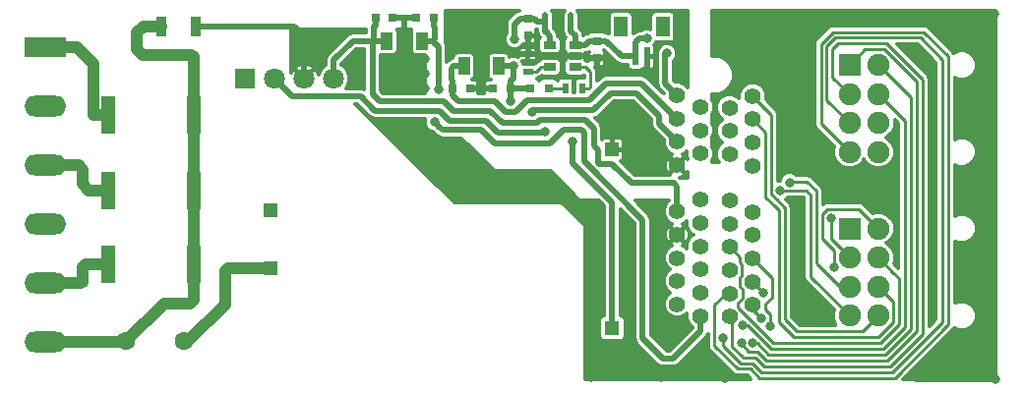
<source format=gtl>
G04 #@! TF.GenerationSoftware,KiCad,Pcbnew,(2017-09-19 revision dddaa7e69)-makepkg*
G04 #@! TF.CreationDate,2017-12-07T22:33:37+10:30*
G04 #@! TF.ProjectId,din_power_atm90e26,64696E5F706F7765725F61746D393065,rev?*
G04 #@! TF.SameCoordinates,Original*
G04 #@! TF.FileFunction,Copper,L1,Top,Signal*
G04 #@! TF.FilePolarity,Positive*
%FSLAX46Y46*%
G04 Gerber Fmt 4.6, Leading zero omitted, Abs format (unit mm)*
G04 Created by KiCad (PCBNEW (2017-09-19 revision dddaa7e69)-makepkg) date 12/07/17 22:33:37*
%MOMM*%
%LPD*%
G01*
G04 APERTURE LIST*
%ADD10C,1.422400*%
%ADD11C,1.600000*%
%ADD12C,1.800000*%
%ADD13R,1.800000X1.800000*%
%ADD14R,1.308000X1.308000*%
%ADD15R,1.200000X1.800000*%
%ADD16R,0.600000X1.550000*%
%ADD17R,1.900000X1.900000*%
%ADD18C,1.900000*%
%ADD19O,3.600000X1.800000*%
%ADD20R,3.600000X1.800000*%
%ADD21R,1.060000X0.650000*%
%ADD22C,0.850000*%
%ADD23C,0.100000*%
%ADD24R,1.000000X1.500000*%
%ADD25R,1.000000X1.800000*%
%ADD26R,2.200000X1.840000*%
%ADD27C,1.000000*%
%ADD28R,0.900000X1.700000*%
%ADD29R,0.900000X0.500000*%
%ADD30R,0.500000X0.900000*%
%ADD31R,0.750000X0.800000*%
%ADD32R,0.800000X0.750000*%
%ADD33R,0.500000X0.500000*%
%ADD34R,0.800000X0.800000*%
%ADD35R,1.270000X3.302000*%
%ADD36C,0.800000*%
%ADD37C,1.000000*%
%ADD38C,0.500000*%
%ADD39C,0.250000*%
%ADD40C,0.300000*%
G04 APERTURE END LIST*
D10*
X169378000Y-62367400D03*
X169378000Y-64367400D03*
X169378000Y-66367400D03*
X169378000Y-68367400D03*
X169378000Y-70367400D03*
X169378000Y-72367400D03*
X171378000Y-71367400D03*
X171378000Y-69367400D03*
X171378000Y-67367400D03*
X171378000Y-65367400D03*
X171378000Y-63367400D03*
X166878000Y-72317400D03*
X166878000Y-70317400D03*
X166878000Y-68317400D03*
X166878000Y-66317400D03*
X166878000Y-64317400D03*
X166878000Y-62317400D03*
X164878000Y-63317400D03*
X164878000Y-65317400D03*
X164878000Y-67317400D03*
X164878000Y-69317400D03*
X164878000Y-71317400D03*
X171378000Y-53367400D03*
X171378000Y-55367400D03*
X171378000Y-57367400D03*
X171378000Y-59367400D03*
X169378000Y-58367400D03*
X169378000Y-56367400D03*
X169378000Y-54367400D03*
X164878000Y-59317400D03*
X164878000Y-57317400D03*
X164878000Y-55317400D03*
X164878000Y-53317400D03*
X166878000Y-54317400D03*
X166878000Y-56317400D03*
X166878000Y-58317400D03*
D11*
X117450000Y-74500000D03*
X122450000Y-74500000D03*
D12*
X135310000Y-51850000D03*
X132770000Y-51850000D03*
X130230000Y-51850000D03*
D13*
X127690000Y-51850000D03*
D14*
X159288000Y-73389000D03*
X159288000Y-57989000D03*
X129888000Y-68189000D03*
X129888000Y-63189000D03*
D15*
X163625000Y-47412500D03*
X160025000Y-47412500D03*
D16*
X162325000Y-49937500D03*
X161325000Y-49937500D03*
D17*
X179705000Y-50698400D03*
D18*
X179705000Y-53198400D03*
X179705000Y-55698400D03*
X179705000Y-58198400D03*
X182205000Y-50698400D03*
X182205000Y-53198400D03*
X182205000Y-55698400D03*
X182205000Y-58198400D03*
X182205000Y-72295400D03*
X182205000Y-69795400D03*
X182205000Y-67295400D03*
X182205000Y-64795400D03*
X179705000Y-72295400D03*
X179705000Y-69795400D03*
X179705000Y-67295400D03*
D17*
X179705000Y-64795400D03*
D19*
X110490000Y-74574400D03*
X110490000Y-69494400D03*
X110490000Y-64414400D03*
X110490000Y-59334400D03*
X110490000Y-54254400D03*
D20*
X110490000Y-49174400D03*
D21*
X153925000Y-50875000D03*
X153925000Y-48975000D03*
X156125000Y-48975000D03*
X156125000Y-49925000D03*
X156125000Y-50875000D03*
D22*
X148025000Y-46658000D03*
D23*
G36*
X146925000Y-47083000D02*
X147525000Y-46233000D01*
X148525000Y-46233000D01*
X149125000Y-47083000D01*
X146925000Y-47083000D01*
X146925000Y-47083000D01*
G37*
D24*
X146525000Y-50805000D03*
D25*
X148025000Y-50658500D03*
D24*
X149525000Y-50805000D03*
D26*
X148025000Y-47991500D03*
D27*
X148025000Y-49401200D03*
D23*
G36*
X149125000Y-48901200D02*
X148425000Y-49901200D01*
X147625000Y-49901200D01*
X146925000Y-48901200D01*
X149125000Y-48901200D01*
X149125000Y-48901200D01*
G37*
D27*
X141400000Y-50023800D03*
D23*
G36*
X140300000Y-50523800D02*
X141000000Y-49523800D01*
X141800000Y-49523800D01*
X142500000Y-50523800D01*
X140300000Y-50523800D01*
X140300000Y-50523800D01*
G37*
D26*
X141400000Y-51433500D03*
D24*
X139900000Y-48620000D03*
D25*
X141400000Y-48766500D03*
D24*
X142900000Y-48620000D03*
D22*
X141400000Y-52767000D03*
D23*
G36*
X142500000Y-52342000D02*
X141900000Y-53192000D01*
X140900000Y-53192000D01*
X140300000Y-52342000D01*
X142500000Y-52342000D01*
X142500000Y-52342000D01*
G37*
D28*
X120498000Y-47367400D03*
X123398000Y-47367400D03*
D29*
X152025000Y-49775000D03*
X152025000Y-51275000D03*
D30*
X156750000Y-52675000D03*
X155250000Y-52675000D03*
D31*
X152025000Y-46675000D03*
X152025000Y-48175000D03*
D32*
X140400000Y-46600000D03*
X138900000Y-46600000D03*
X149025000Y-52675000D03*
X150525000Y-52675000D03*
X145525000Y-52675000D03*
X147025000Y-52675000D03*
X143900000Y-46600000D03*
X142400000Y-46600000D03*
D31*
X157975000Y-48625000D03*
X157975000Y-50125000D03*
D33*
X155725000Y-46925000D03*
X153525000Y-46925000D03*
D34*
X153800000Y-52675000D03*
X152200000Y-52675000D03*
D35*
X115867000Y-55021000D03*
X123233000Y-55021000D03*
X123233000Y-61498000D03*
X115867000Y-61498000D03*
X115867000Y-67900000D03*
X123233000Y-67900000D03*
D36*
X142825000Y-55600000D03*
X145750000Y-57300000D03*
X148900000Y-60375000D03*
X153775000Y-60425000D03*
X157425000Y-64400000D03*
X178300000Y-61600000D03*
X182850000Y-61700000D03*
X172300000Y-50350000D03*
X168600000Y-46350000D03*
X182250000Y-46500000D03*
X192150000Y-46250000D03*
X191000000Y-53550000D03*
X191050000Y-61650000D03*
X191100000Y-68600000D03*
X192250000Y-77750000D03*
X185200000Y-77550000D03*
X157450000Y-77600000D03*
X163500000Y-77600000D03*
X169000000Y-77650000D03*
X167250000Y-74750000D03*
X175050000Y-64800000D03*
X175050000Y-67300000D03*
X175050000Y-50700000D03*
X186850000Y-72300000D03*
X175050000Y-53200000D03*
X175050000Y-55700000D03*
X175050000Y-58200000D03*
X186850000Y-50700000D03*
X186850000Y-53200000D03*
X186850000Y-55700000D03*
X186850000Y-58200000D03*
X175050000Y-72300000D03*
X186850000Y-64800000D03*
X186850000Y-67300000D03*
X186850000Y-69800000D03*
X175050000Y-69800000D03*
X137150000Y-50600000D03*
X134700000Y-48025000D03*
X139650000Y-52600000D03*
X140150000Y-56150000D03*
X143175000Y-50200000D03*
X139650000Y-50250000D03*
X143175000Y-51425000D03*
X143175000Y-52675000D03*
X139650000Y-51450000D03*
X163100000Y-65000000D03*
X164100000Y-75000000D03*
X164200000Y-73100000D03*
X162900000Y-66800000D03*
X163300000Y-68500000D03*
X163100000Y-70300000D03*
X155875000Y-57275000D03*
X153525000Y-56450000D03*
X150525000Y-53800000D03*
X152375000Y-54725000D03*
X150775000Y-50775000D03*
X150875000Y-48475000D03*
X145875000Y-46925000D03*
X149825000Y-47975000D03*
X149825000Y-46725000D03*
X145875000Y-49025000D03*
X145866500Y-47991500D03*
X154650000Y-46500000D03*
X154875000Y-49925000D03*
X157775000Y-46500000D03*
X145350000Y-46300000D03*
X148025000Y-52025000D03*
X149875000Y-49150000D03*
X158325000Y-51275000D03*
X159550000Y-54100000D03*
X170400000Y-74650000D03*
X172100000Y-72500000D03*
X171400000Y-74650000D03*
X172850000Y-73200000D03*
X170500000Y-73100000D03*
X172300000Y-70350000D03*
X168840000Y-74230000D03*
X178100000Y-63850000D03*
X178350000Y-68100000D03*
X173750000Y-61550000D03*
X174550000Y-60800000D03*
X143975000Y-55600000D03*
X144350000Y-52800000D03*
X164000000Y-49700000D03*
X162275000Y-48425000D03*
D37*
X115867000Y-55021000D02*
X114636000Y-55021000D01*
X113174400Y-49174400D02*
X110490000Y-49174400D01*
X114636000Y-55021000D02*
X114636000Y-50636000D01*
X114636000Y-50636000D02*
X113174400Y-49174400D01*
X123233000Y-55021000D02*
X123233000Y-50033000D01*
X123233000Y-50033000D02*
X123050000Y-49850000D01*
X123050000Y-49850000D02*
X118900000Y-49850000D01*
X118900000Y-49850000D02*
X118400000Y-49350000D01*
X118400000Y-49350000D02*
X118400000Y-47900000D01*
X118400000Y-47900000D02*
X118932600Y-47367400D01*
X118932600Y-47367400D02*
X120498000Y-47367400D01*
X123233000Y-61498000D02*
X123233000Y-55021000D01*
X117450000Y-74500000D02*
X120700000Y-71250000D01*
X123233000Y-70917000D02*
X123233000Y-67900000D01*
X122900000Y-71250000D02*
X123233000Y-70917000D01*
X120700000Y-71250000D02*
X122900000Y-71250000D01*
X123233000Y-67900000D02*
X123233000Y-60300000D01*
X110490000Y-74574400D02*
X117375600Y-74574400D01*
X115867000Y-61498000D02*
X114232000Y-61498000D01*
X114232000Y-61498000D02*
X113700000Y-60966000D01*
X113700000Y-60966000D02*
X113700000Y-59700000D01*
X110490000Y-59334400D02*
X113334400Y-59334400D01*
X113334400Y-59334400D02*
X113700000Y-59700000D01*
X110490000Y-69494400D02*
X113555600Y-69494400D01*
X113950000Y-67900000D02*
X115867000Y-67900000D01*
X113700000Y-68150000D02*
X113950000Y-67900000D01*
X113700000Y-69350000D02*
X113700000Y-68150000D01*
X113555600Y-69494400D02*
X113700000Y-69350000D01*
D38*
X140700000Y-55600000D02*
X142825000Y-55600000D01*
X145750000Y-57300000D02*
X148825000Y-60375000D01*
X148825000Y-60375000D02*
X148900000Y-60375000D01*
X140150000Y-56150000D02*
X140700000Y-55600000D01*
X182750000Y-61600000D02*
X178300000Y-61600000D01*
X182850000Y-61700000D02*
X182750000Y-61600000D01*
X182100000Y-46350000D02*
X168600000Y-46350000D01*
X182250000Y-46500000D02*
X182100000Y-46350000D01*
X192150000Y-52400000D02*
X192150000Y-46250000D01*
X191000000Y-53550000D02*
X192150000Y-52400000D01*
X191050000Y-68550000D02*
X191050000Y-61650000D01*
X191100000Y-68600000D02*
X191050000Y-68550000D01*
X185400000Y-77750000D02*
X192250000Y-77750000D01*
X185200000Y-77550000D02*
X185400000Y-77750000D01*
X157425000Y-64400000D02*
X157425000Y-77575000D01*
X157425000Y-77575000D02*
X157450000Y-77600000D01*
X163500000Y-77600000D02*
X163550000Y-77650000D01*
X163550000Y-77650000D02*
X169000000Y-77650000D01*
X175050000Y-69800000D02*
X175050000Y-67300000D01*
X175050000Y-67300000D02*
X175050000Y-64800000D01*
X175050000Y-53200000D02*
X175050000Y-50700000D01*
X175050000Y-53200000D02*
X175050000Y-55700000D01*
X175050000Y-55700000D02*
X175050000Y-58200000D01*
X186850000Y-69800000D02*
X186850000Y-72300000D01*
X186850000Y-69800000D02*
X186850000Y-67300000D01*
X186850000Y-67300000D02*
X186850000Y-64800000D01*
X186850000Y-64800000D02*
X186850000Y-58200000D01*
X186850000Y-58200000D02*
X186850000Y-55700000D01*
X186850000Y-55700000D02*
X186850000Y-53200000D01*
X186850000Y-53200000D02*
X186850000Y-50700000D01*
X175050000Y-69800000D02*
X175050000Y-72300000D01*
X143166500Y-51433500D02*
X143175000Y-51425000D01*
X143166500Y-51433500D02*
X141400000Y-51433500D01*
X139666500Y-51433500D02*
X139650000Y-51450000D01*
X139666500Y-51433500D02*
X141400000Y-51433500D01*
X142400000Y-46600000D02*
X141300000Y-46600000D01*
X141400000Y-48766500D02*
X141400000Y-46700000D01*
X141300000Y-46600000D02*
X140400000Y-46600000D01*
X141400000Y-46700000D02*
X141300000Y-46600000D01*
X132770000Y-51850000D02*
X132770000Y-48270000D01*
X131867400Y-47367400D02*
X123398000Y-47367400D01*
X132770000Y-48270000D02*
X131867400Y-47367400D01*
X159288000Y-73389000D02*
X159288000Y-62549774D01*
X159288000Y-62549774D02*
X155875000Y-59136774D01*
X155875000Y-59136774D02*
X155875000Y-57840685D01*
X155875000Y-57840685D02*
X155875000Y-57275000D01*
X140200000Y-54625000D02*
X144400000Y-54625000D01*
X131755000Y-53375000D02*
X137625000Y-53375000D01*
X137625000Y-53375000D02*
X138875000Y-54625000D01*
X138875000Y-54625000D02*
X140200000Y-54625000D01*
X130230000Y-51850000D02*
X131755000Y-53375000D01*
X153425000Y-56550000D02*
X153525000Y-56450000D01*
X149450000Y-56550000D02*
X153425000Y-56550000D01*
X148375000Y-55475000D02*
X149450000Y-56550000D01*
X145250000Y-55475000D02*
X148375000Y-55475000D01*
X144400000Y-54625000D02*
X145250000Y-55475000D01*
X164878000Y-57317400D02*
X163350000Y-55789400D01*
X150525000Y-53275000D02*
X150525000Y-52675000D01*
X150525000Y-53800000D02*
X150525000Y-53275000D01*
X152500000Y-54600000D02*
X152375000Y-54725000D01*
X157675000Y-54600000D02*
X152500000Y-54600000D01*
X159150000Y-53125000D02*
X157675000Y-54600000D01*
X161400000Y-53125000D02*
X159150000Y-53125000D01*
X163350000Y-55075000D02*
X161400000Y-53125000D01*
X163350000Y-55789400D02*
X163350000Y-55075000D01*
X150525000Y-52675000D02*
X150525000Y-52075000D01*
X150525000Y-52075000D02*
X150775000Y-51825000D01*
X150775000Y-51825000D02*
X150775000Y-50775000D01*
X152200000Y-52675000D02*
X150525000Y-52675000D01*
X150875000Y-47175000D02*
X150875000Y-48475000D01*
X152025000Y-46675000D02*
X151375000Y-46675000D01*
X151375000Y-46675000D02*
X150875000Y-47175000D01*
X150775000Y-50775000D02*
X149555000Y-50775000D01*
X149555000Y-50775000D02*
X149525000Y-50805000D01*
X152025000Y-46675000D02*
X152575000Y-46675000D01*
X152825000Y-46925000D02*
X153525000Y-46925000D01*
X152575000Y-46675000D02*
X152825000Y-46925000D01*
X153525000Y-46925000D02*
X153525000Y-46325000D01*
X153525000Y-46925000D02*
X153525000Y-47825000D01*
X153525000Y-47825000D02*
X153625000Y-47925000D01*
X153925000Y-48225000D02*
X153925000Y-48975000D01*
X153625000Y-47925000D02*
X153925000Y-48225000D01*
X149891500Y-47991500D02*
X149875000Y-47975000D01*
X149875000Y-47975000D02*
X149825000Y-47975000D01*
X149891500Y-47991500D02*
X148025000Y-47991500D01*
X155025000Y-49775000D02*
X155025000Y-48200000D01*
X155025000Y-48200000D02*
X154650000Y-47825000D01*
X154650000Y-47825000D02*
X154650000Y-46500000D01*
X154875000Y-49925000D02*
X155125000Y-49925000D01*
X154875000Y-49925000D02*
X155025000Y-49775000D01*
X145350000Y-46300000D02*
X145350000Y-47475000D01*
X145350000Y-47475000D02*
X145866500Y-47991500D01*
X148025000Y-47991500D02*
X145866500Y-47991500D01*
X149950000Y-49401200D02*
X149950000Y-49225000D01*
X149950000Y-49225000D02*
X149875000Y-49150000D01*
X159288000Y-56807400D02*
X159288000Y-54362000D01*
X159288000Y-54362000D02*
X159550000Y-54100000D01*
X164878000Y-59317400D02*
X163325000Y-57764400D01*
X157975000Y-50850000D02*
X158325000Y-51200000D01*
X158325000Y-51200000D02*
X158325000Y-51275000D01*
X157975000Y-50850000D02*
X157975000Y-50125000D01*
X159700000Y-53950000D02*
X159550000Y-54100000D01*
X161050000Y-53950000D02*
X159700000Y-53950000D01*
X162500000Y-55400000D02*
X161050000Y-53950000D01*
X162500000Y-56175000D02*
X162500000Y-55400000D01*
X163325000Y-57000000D02*
X162500000Y-56175000D01*
X163325000Y-57764400D02*
X163325000Y-57000000D01*
X147025000Y-52675000D02*
X148125000Y-52675000D01*
X149025000Y-52675000D02*
X148125000Y-52675000D01*
X148025000Y-52575000D02*
X148025000Y-52025000D01*
X148025000Y-52025000D02*
X148025000Y-50658500D01*
X148125000Y-52675000D02*
X148025000Y-52575000D01*
X148025000Y-49401200D02*
X149950000Y-49401200D01*
X149950000Y-49401200D02*
X150451200Y-49401200D01*
X151275000Y-49775000D02*
X152025000Y-49775000D01*
X150825000Y-49775000D02*
X151275000Y-49775000D01*
X150451200Y-49401200D02*
X150825000Y-49775000D01*
X158625000Y-50125000D02*
X158925000Y-50125000D01*
X157975000Y-50125000D02*
X158625000Y-50125000D01*
X162325000Y-51225000D02*
X162325000Y-49937500D01*
X162175000Y-51375000D02*
X162325000Y-51225000D01*
X160175000Y-51375000D02*
X162175000Y-51375000D01*
X158925000Y-50125000D02*
X160175000Y-51375000D01*
X152025000Y-49775000D02*
X152975000Y-49775000D01*
X155125000Y-49925000D02*
X156125000Y-49925000D01*
X153125000Y-49925000D02*
X155125000Y-49925000D01*
X152975000Y-49775000D02*
X153125000Y-49925000D01*
X152025000Y-48175000D02*
X152025000Y-49775000D01*
X156125000Y-49925000D02*
X157025000Y-49925000D01*
X157025000Y-49925000D02*
X157225000Y-50125000D01*
X157225000Y-50125000D02*
X157975000Y-50125000D01*
X138650000Y-48620000D02*
X138770000Y-48500000D01*
X157700000Y-57650000D02*
X157700000Y-56150000D01*
X157700000Y-56150000D02*
X157000000Y-55450000D01*
X152800000Y-55700000D02*
X149825000Y-55700000D01*
X138650000Y-53200000D02*
X138650000Y-48620000D01*
X164878000Y-63317400D02*
X164878000Y-61178000D01*
X164563000Y-60863000D02*
X160913000Y-60863000D01*
X164878000Y-61178000D02*
X164563000Y-60863000D01*
X158193999Y-59193001D02*
X158083999Y-59083001D01*
X138770000Y-48500000D02*
X138800000Y-48500000D01*
X160913000Y-60863000D02*
X159243001Y-59193001D01*
X158083999Y-59083001D02*
X158083999Y-58033999D01*
X159243001Y-59193001D02*
X158193999Y-59193001D01*
X158083999Y-58033999D02*
X157700000Y-57650000D01*
X157000000Y-55450000D02*
X153050000Y-55450000D01*
X153050000Y-55450000D02*
X152800000Y-55700000D01*
X149825000Y-55700000D02*
X148775000Y-54650000D01*
X148775000Y-54650000D02*
X145625000Y-54650000D01*
X145625000Y-54650000D02*
X144775000Y-53800000D01*
X144775000Y-53800000D02*
X139250000Y-53800000D01*
X139250000Y-53800000D02*
X138650000Y-53200000D01*
X135310000Y-51850000D02*
X135310000Y-50290000D01*
X136980000Y-48620000D02*
X138920000Y-48620000D01*
X135310000Y-50290000D02*
X136980000Y-48620000D01*
X138900000Y-46600000D02*
X138900000Y-47300000D01*
X138920000Y-48620000D02*
X139900000Y-48620000D01*
X138800000Y-48500000D02*
X138920000Y-48620000D01*
X138800000Y-47400000D02*
X138800000Y-48500000D01*
X138900000Y-47300000D02*
X138800000Y-47400000D01*
D39*
X179350000Y-76150000D02*
X183000000Y-76150000D01*
X170400000Y-74650000D02*
X170400000Y-74750000D01*
X170400000Y-74750000D02*
X171050000Y-75400000D01*
X171050000Y-75400000D02*
X171800000Y-75400000D01*
X171800000Y-75400000D02*
X172550000Y-76150000D01*
X172550000Y-76150000D02*
X179350000Y-76150000D01*
X171378000Y-71778000D02*
X172100000Y-72500000D01*
X181053400Y-49350000D02*
X179705000Y-50698400D01*
X182700000Y-49350000D02*
X181053400Y-49350000D01*
X185500000Y-52150000D02*
X182700000Y-49350000D01*
X185500000Y-73650000D02*
X185500000Y-52150000D01*
X183000000Y-76150000D02*
X185500000Y-73650000D01*
X171378000Y-71367400D02*
X171378000Y-71778000D01*
X179603400Y-50800000D02*
X179705000Y-50698400D01*
X179200000Y-76650000D02*
X183200000Y-76650000D01*
X170550000Y-75900000D02*
X171600000Y-75900000D01*
X171600000Y-75900000D02*
X172350000Y-76650000D01*
X172350000Y-76650000D02*
X179200000Y-76650000D01*
X169600000Y-74950000D02*
X170500000Y-75850000D01*
X169600000Y-72589400D02*
X169600000Y-74950000D01*
X170500000Y-75850000D02*
X170550000Y-75900000D01*
X178250000Y-51743400D02*
X179705000Y-53198400D01*
X178250000Y-49300000D02*
X178250000Y-51743400D01*
X178700000Y-48850000D02*
X178250000Y-49300000D01*
X182900000Y-48850000D02*
X178700000Y-48850000D01*
X186000000Y-51950000D02*
X182900000Y-48850000D01*
X186000000Y-71200000D02*
X186000000Y-51950000D01*
X186000000Y-73850000D02*
X186000000Y-71200000D01*
X183200000Y-76650000D02*
X186000000Y-73850000D01*
X169378000Y-72367400D02*
X169600000Y-72589400D01*
X169378000Y-72367400D02*
X169000000Y-72745400D01*
X169378000Y-72367400D02*
X169522400Y-72367400D01*
X179563400Y-53340000D02*
X179705000Y-53198400D01*
X179550000Y-75650000D02*
X182800000Y-75650000D01*
X185000000Y-53493400D02*
X182205000Y-50698400D01*
X185000000Y-73450000D02*
X185000000Y-53493400D01*
X182800000Y-75650000D02*
X185000000Y-73450000D01*
X171378000Y-67367400D02*
X173050000Y-69039400D01*
X172750000Y-75650000D02*
X179550000Y-75650000D01*
X179550000Y-75650000D02*
X179450000Y-75650000D01*
X171750000Y-74650000D02*
X172750000Y-75650000D01*
X171400000Y-74650000D02*
X171750000Y-74650000D01*
X172850000Y-72150000D02*
X172850000Y-73200000D01*
X172450000Y-71750000D02*
X172850000Y-72150000D01*
X172450000Y-71300000D02*
X172450000Y-71750000D01*
X173050000Y-70700000D02*
X172450000Y-71300000D01*
X173050000Y-69039400D02*
X173050000Y-70700000D01*
X180250000Y-75150000D02*
X182600000Y-75150000D01*
X170500000Y-73100000D02*
X170900000Y-73100000D01*
X170900000Y-73100000D02*
X172950000Y-75150000D01*
X172950000Y-75150000D02*
X180250000Y-75150000D01*
X184500000Y-55493400D02*
X182205000Y-53198400D01*
X184500000Y-73250000D02*
X184500000Y-55493400D01*
X182600000Y-75150000D02*
X184500000Y-73250000D01*
X171378000Y-69428000D02*
X172300000Y-70350000D01*
X171380000Y-76400000D02*
X171630000Y-76650000D01*
X170310000Y-76400000D02*
X171380000Y-76400000D01*
X168840000Y-74930000D02*
X170310000Y-76400000D01*
X168840000Y-74230000D02*
X168840000Y-74930000D01*
X177600000Y-77150000D02*
X183400000Y-77150000D01*
X183400000Y-77150000D02*
X187700000Y-72850000D01*
X187700000Y-72850000D02*
X187700000Y-50250000D01*
X187700000Y-50250000D02*
X185800000Y-48350000D01*
X185800000Y-48350000D02*
X178500000Y-48350000D01*
X178500000Y-48350000D02*
X177750000Y-49100000D01*
X177750000Y-49100000D02*
X177750000Y-53743400D01*
X177750000Y-53743400D02*
X179705000Y-55698400D01*
X172150000Y-77150000D02*
X177600000Y-77150000D01*
X171650000Y-76650000D02*
X172150000Y-77150000D01*
X171630000Y-76650000D02*
X171650000Y-76650000D01*
X171378000Y-69367400D02*
X171378000Y-69428000D01*
X179523400Y-55880000D02*
X179705000Y-55698400D01*
X178100000Y-65690400D02*
X179705000Y-67295400D01*
X178100000Y-63850000D02*
X178100000Y-65690400D01*
X180509600Y-63100000D02*
X182205000Y-64795400D01*
X177800000Y-63100000D02*
X180509600Y-63100000D01*
X177350000Y-63550000D02*
X177800000Y-63100000D01*
X177350000Y-65650000D02*
X177350000Y-63550000D01*
X178350000Y-66650000D02*
X177350000Y-65650000D01*
X178350000Y-68100000D02*
X178350000Y-66650000D01*
X184000000Y-70850000D02*
X184000000Y-69090400D01*
X182400000Y-74650000D02*
X184000000Y-73050000D01*
X184000000Y-73050000D02*
X184000000Y-70850000D01*
X182205000Y-67295400D02*
X183500000Y-68590400D01*
X170250000Y-67239400D02*
X169378000Y-66367400D01*
X173150000Y-74650000D02*
X180950000Y-74650000D01*
X170100000Y-71600000D02*
X173150000Y-74650000D01*
X170100000Y-71200000D02*
X170100000Y-71600000D01*
X170500000Y-70800000D02*
X170100000Y-71200000D01*
X170500000Y-70000000D02*
X170500000Y-70800000D01*
X170300000Y-69800000D02*
X170500000Y-70000000D01*
X170300000Y-69000000D02*
X170300000Y-69800000D01*
X170450000Y-68850000D02*
X170300000Y-69000000D01*
X170450000Y-67900000D02*
X170450000Y-68850000D01*
X170250000Y-67700000D02*
X170450000Y-67900000D01*
X170250000Y-67239400D02*
X170250000Y-67700000D01*
X180950000Y-74650000D02*
X182400000Y-74650000D01*
X184000000Y-69090400D02*
X183500000Y-68590400D01*
X176350000Y-66050000D02*
X176350000Y-68940400D01*
X175150000Y-61550000D02*
X176000000Y-61550000D01*
X176000000Y-61550000D02*
X176350000Y-61900000D01*
X176350000Y-61900000D02*
X176350000Y-66050000D01*
X173750000Y-61550000D02*
X175150000Y-61550000D01*
X176350000Y-68940400D02*
X179705000Y-72295400D01*
X168100000Y-74600000D02*
X168100000Y-74890000D01*
X168100000Y-71300000D02*
X168100000Y-74600000D01*
X169032600Y-70367400D02*
X168100000Y-71300000D01*
X171940000Y-77650000D02*
X171950000Y-77650000D01*
X171170000Y-76880000D02*
X171940000Y-77650000D01*
X170090000Y-76880000D02*
X171170000Y-76880000D01*
X168100000Y-74890000D02*
X170090000Y-76880000D01*
X177250000Y-55743400D02*
X179705000Y-58198400D01*
X171950000Y-77650000D02*
X183600000Y-77650000D01*
X183600000Y-77650000D02*
X188200000Y-73050000D01*
X188200000Y-73050000D02*
X188200000Y-49950000D01*
X188200000Y-49950000D02*
X186100000Y-47850000D01*
X186100000Y-47850000D02*
X178300000Y-47850000D01*
X178300000Y-47850000D02*
X177250000Y-48900000D01*
X177250000Y-48900000D02*
X177250000Y-55743400D01*
X169378000Y-70367400D02*
X169032600Y-70367400D01*
X173450000Y-62300000D02*
X174150000Y-63000000D01*
X173000000Y-61100000D02*
X173000000Y-61850000D01*
X173000000Y-54989400D02*
X173000000Y-61100000D01*
X171378000Y-53367400D02*
X173000000Y-54989400D01*
X173000000Y-61850000D02*
X173450000Y-62300000D01*
X180850400Y-73650000D02*
X182205000Y-72295400D01*
X175150000Y-73650000D02*
X180850400Y-73650000D01*
X174150000Y-72650000D02*
X175150000Y-73650000D01*
X174150000Y-63000000D02*
X174150000Y-72650000D01*
X176850000Y-65850000D02*
X176850000Y-67750000D01*
X174600000Y-60750000D02*
X176050000Y-60750000D01*
X176050000Y-60750000D02*
X176850000Y-61550000D01*
X176850000Y-61550000D02*
X176850000Y-65850000D01*
X174550000Y-60800000D02*
X174600000Y-60750000D01*
X176850000Y-67750000D02*
X178895400Y-69795400D01*
X178895400Y-69795400D02*
X179705000Y-69795400D01*
X178995400Y-69795400D02*
X179705000Y-69795400D01*
X174550000Y-60800000D02*
X174500000Y-60850000D01*
X169378000Y-58367400D02*
X169378000Y-58928000D01*
X173200000Y-62800000D02*
X173650000Y-63250000D01*
X172500000Y-56489400D02*
X172500000Y-62100000D01*
X172500000Y-62100000D02*
X173200000Y-62800000D01*
X171378000Y-55367400D02*
X172500000Y-56489400D01*
X183500000Y-71090400D02*
X182205000Y-69795400D01*
X183500000Y-72850000D02*
X183500000Y-71090400D01*
X182200000Y-74150000D02*
X183500000Y-72850000D01*
X174950000Y-74150000D02*
X182200000Y-74150000D01*
X173650000Y-72850000D02*
X174950000Y-74150000D01*
X173650000Y-63250000D02*
X173650000Y-72850000D01*
D38*
X161900000Y-74225000D02*
X161900000Y-64030388D01*
X166878000Y-72317400D02*
X166878000Y-73622000D01*
X156850000Y-58980388D02*
X156850000Y-56525000D01*
X166878000Y-73622000D02*
X164500000Y-76000000D01*
X156625000Y-56300000D02*
X155075000Y-56300000D01*
X144374999Y-55999999D02*
X143975000Y-55600000D01*
X161900000Y-64030388D02*
X156850000Y-58980388D01*
X156850000Y-56525000D02*
X156625000Y-56300000D01*
X163675000Y-76000000D02*
X161900000Y-74225000D01*
X153925000Y-57450000D02*
X149175000Y-57450000D01*
X149175000Y-57450000D02*
X148025000Y-56300000D01*
X144675000Y-56300000D02*
X144374999Y-55999999D01*
X155075000Y-56300000D02*
X153925000Y-57450000D01*
X148025000Y-56300000D02*
X144675000Y-56300000D01*
X164500000Y-76000000D02*
X163675000Y-76000000D01*
X144350000Y-49140000D02*
X143830000Y-48620000D01*
X144350000Y-52800000D02*
X144350000Y-49140000D01*
X142900000Y-48620000D02*
X143830000Y-48620000D01*
X143900000Y-47350000D02*
X143900000Y-46600000D01*
X144000000Y-47450000D02*
X143900000Y-47350000D01*
X144000000Y-48450000D02*
X144000000Y-47450000D01*
X143830000Y-48620000D02*
X144000000Y-48450000D01*
X152175000Y-53750000D02*
X151975000Y-53750000D01*
X145525000Y-52675000D02*
X145525000Y-53325000D01*
X161810600Y-52250000D02*
X158775000Y-52250000D01*
X158775000Y-52250000D02*
X157275000Y-53750000D01*
X157275000Y-53750000D02*
X152175000Y-53750000D01*
X161810600Y-52250000D02*
X164878000Y-55317400D01*
X146025000Y-53825000D02*
X145525000Y-53325000D01*
X149150000Y-53825000D02*
X146025000Y-53825000D01*
X150100000Y-54775000D02*
X149150000Y-53825000D01*
X150950000Y-54775000D02*
X150100000Y-54775000D01*
X151975000Y-53750000D02*
X150950000Y-54775000D01*
X146525000Y-50805000D02*
X145645000Y-50805000D01*
X145525000Y-52025000D02*
X145525000Y-52675000D01*
X145425000Y-51925000D02*
X145525000Y-52025000D01*
X145425000Y-51025000D02*
X145425000Y-51925000D01*
X145645000Y-50805000D02*
X145425000Y-51025000D01*
D39*
X153925000Y-50875000D02*
X153125000Y-50875000D01*
X152725000Y-51275000D02*
X152025000Y-51275000D01*
X153125000Y-50875000D02*
X152725000Y-51275000D01*
X156750000Y-52675000D02*
X157300000Y-52675000D01*
X157000000Y-50875000D02*
X156125000Y-50875000D01*
X157425000Y-51300000D02*
X157000000Y-50875000D01*
X157425000Y-52550000D02*
X157425000Y-51300000D01*
X157300000Y-52675000D02*
X157425000Y-52550000D01*
X156150000Y-50900000D02*
X156125000Y-50875000D01*
X155250000Y-52675000D02*
X153800000Y-52675000D01*
D38*
X161325000Y-49937500D02*
X161325000Y-48725000D01*
X163850000Y-52289400D02*
X163850000Y-49850000D01*
X163850000Y-49850000D02*
X164000000Y-49700000D01*
X163850000Y-52289400D02*
X164878000Y-53317400D01*
X161625000Y-48425000D02*
X162275000Y-48425000D01*
X161325000Y-48725000D02*
X161625000Y-48425000D01*
X157975000Y-48625000D02*
X158775000Y-48625000D01*
X160087500Y-49937500D02*
X161325000Y-49937500D01*
X158775000Y-48625000D02*
X160087500Y-49937500D01*
X155725000Y-46925000D02*
X155725000Y-46375000D01*
X156125000Y-48975000D02*
X156125000Y-48175000D01*
X155725000Y-47775000D02*
X155725000Y-46925000D01*
X156125000Y-48175000D02*
X155725000Y-47775000D01*
X156125000Y-48975000D02*
X156925000Y-48975000D01*
X157275000Y-48625000D02*
X157975000Y-48625000D01*
X156925000Y-48975000D02*
X157275000Y-48625000D01*
D37*
X129888000Y-68189000D02*
X126211000Y-68189000D01*
X126211000Y-68189000D02*
X125950000Y-68450000D01*
X125950000Y-71350000D02*
X122800000Y-74500000D01*
X125950000Y-68450000D02*
X125950000Y-71350000D01*
X122800000Y-74500000D02*
X122450000Y-74500000D01*
D40*
G36*
X192293000Y-77741000D02*
X184322172Y-77741000D01*
X188606586Y-73456587D01*
X188675291Y-73353763D01*
X188676007Y-73354481D01*
X189135269Y-73545183D01*
X189632550Y-73545617D01*
X190092143Y-73355716D01*
X190444081Y-73004393D01*
X190634783Y-72545131D01*
X190635217Y-72047850D01*
X190445316Y-71588257D01*
X190093993Y-71236319D01*
X189634731Y-71045617D01*
X189137450Y-71045183D01*
X188775000Y-71194945D01*
X188775000Y-65895586D01*
X189135269Y-66045183D01*
X189632550Y-66045617D01*
X190092143Y-65855716D01*
X190444081Y-65504393D01*
X190634783Y-65045131D01*
X190635217Y-64547850D01*
X190445316Y-64088257D01*
X190093993Y-63736319D01*
X189634731Y-63545617D01*
X189137450Y-63545183D01*
X188775000Y-63694945D01*
X188775000Y-59298586D01*
X189135269Y-59448183D01*
X189632550Y-59448617D01*
X190092143Y-59258716D01*
X190444081Y-58907393D01*
X190634783Y-58448131D01*
X190635217Y-57950850D01*
X190445316Y-57491257D01*
X190093993Y-57139319D01*
X189634731Y-56948617D01*
X189137450Y-56948183D01*
X188775000Y-57097945D01*
X188775000Y-51798586D01*
X189135269Y-51948183D01*
X189632550Y-51948617D01*
X190092143Y-51758716D01*
X190444081Y-51407393D01*
X190634783Y-50948131D01*
X190635217Y-50450850D01*
X190445316Y-49991257D01*
X190093993Y-49639319D01*
X189634731Y-49448617D01*
X189137450Y-49448183D01*
X188677857Y-49638084D01*
X188673050Y-49642883D01*
X188606586Y-49543413D01*
X186506586Y-47443414D01*
X186320043Y-47318769D01*
X186307047Y-47316184D01*
X186100000Y-47275000D01*
X178300000Y-47275000D01*
X178092953Y-47316184D01*
X178079957Y-47318769D01*
X177893413Y-47443414D01*
X176843414Y-48493414D01*
X176718769Y-48679957D01*
X176675000Y-48900000D01*
X176675000Y-55743400D01*
X176705150Y-55894975D01*
X176718769Y-55963443D01*
X176843414Y-56149986D01*
X178395285Y-57701857D01*
X178305243Y-57918701D01*
X178304757Y-58475656D01*
X178517445Y-58990400D01*
X178910928Y-59384570D01*
X179425301Y-59598157D01*
X179982256Y-59598643D01*
X180497000Y-59385955D01*
X180891170Y-58992472D01*
X180954893Y-58839012D01*
X181017445Y-58990400D01*
X181410928Y-59384570D01*
X181925301Y-59598157D01*
X182482256Y-59598643D01*
X182997000Y-59385955D01*
X183391170Y-58992472D01*
X183604757Y-58478099D01*
X183605243Y-57921144D01*
X183392555Y-57406400D01*
X182999072Y-57012230D01*
X182845612Y-56948507D01*
X182997000Y-56885955D01*
X183391170Y-56492472D01*
X183604757Y-55978099D01*
X183605243Y-55421144D01*
X183598674Y-55405246D01*
X183925000Y-55731572D01*
X183925000Y-68202228D01*
X183906589Y-68183817D01*
X183906587Y-68183814D01*
X183514715Y-67791943D01*
X183604757Y-67575099D01*
X183605243Y-67018144D01*
X183392555Y-66503400D01*
X182999072Y-66109230D01*
X182845612Y-66045507D01*
X182997000Y-65982955D01*
X183391170Y-65589472D01*
X183604757Y-65075099D01*
X183605243Y-64518144D01*
X183392555Y-64003400D01*
X182999072Y-63609230D01*
X182484699Y-63395643D01*
X181927744Y-63395157D01*
X181708514Y-63485741D01*
X180916186Y-62693414D01*
X180729643Y-62568769D01*
X180509600Y-62525000D01*
X177800000Y-62525000D01*
X177579957Y-62568769D01*
X177425000Y-62672309D01*
X177425000Y-61550000D01*
X177381231Y-61329957D01*
X177348423Y-61280857D01*
X177256587Y-61143414D01*
X176456586Y-60343414D01*
X176270043Y-60218769D01*
X176257550Y-60216284D01*
X176050000Y-60175000D01*
X175127123Y-60175000D01*
X175032115Y-60079826D01*
X174719817Y-59950148D01*
X174381666Y-59949853D01*
X174069143Y-60078985D01*
X173829826Y-60317885D01*
X173700148Y-60630183D01*
X173700087Y-60699956D01*
X173581666Y-60699853D01*
X173575000Y-60702607D01*
X173575000Y-54989400D01*
X173531231Y-54769357D01*
X173516103Y-54746716D01*
X173406586Y-54582813D01*
X172505011Y-53681239D01*
X172538998Y-53599390D01*
X172539401Y-53137436D01*
X172362991Y-52710492D01*
X172036626Y-52383557D01*
X171609990Y-52206402D01*
X171148036Y-52205999D01*
X170721092Y-52382409D01*
X170394157Y-52708774D01*
X170217002Y-53135410D01*
X170216628Y-53563874D01*
X170036626Y-53383557D01*
X169609990Y-53206402D01*
X169148036Y-53205999D01*
X168721092Y-53382409D01*
X168394157Y-53708774D01*
X168217002Y-54135410D01*
X168216599Y-54597364D01*
X168393009Y-55024308D01*
X168719374Y-55351243D01*
X168757851Y-55367220D01*
X168721092Y-55382409D01*
X168394157Y-55708774D01*
X168217002Y-56135410D01*
X168216599Y-56597364D01*
X168393009Y-57024308D01*
X168719374Y-57351243D01*
X168757851Y-57367220D01*
X168721092Y-57382409D01*
X168394157Y-57708774D01*
X168217002Y-58135410D01*
X168216599Y-58597364D01*
X168393009Y-59024308D01*
X168467361Y-59098790D01*
X168452651Y-59092682D01*
X167900000Y-59092200D01*
X167900000Y-58884134D01*
X168038998Y-58549390D01*
X168039401Y-58087436D01*
X167900000Y-57750060D01*
X167900000Y-56884134D01*
X168038998Y-56549390D01*
X168039401Y-56087436D01*
X167900000Y-55750060D01*
X167900000Y-54884134D01*
X168038998Y-54549390D01*
X168039401Y-54087436D01*
X167900000Y-53750060D01*
X167900000Y-53192202D01*
X168449814Y-53192682D01*
X169047286Y-52945812D01*
X169504805Y-52489091D01*
X169752718Y-51892051D01*
X169753282Y-51245586D01*
X169506412Y-50648114D01*
X169049691Y-50190595D01*
X168452651Y-49942682D01*
X167900000Y-49942200D01*
X167900000Y-45991000D01*
X192293000Y-45991000D01*
X192293000Y-77741000D01*
X192293000Y-77741000D01*
G37*
X192293000Y-77741000D02*
X184322172Y-77741000D01*
X188606586Y-73456587D01*
X188675291Y-73353763D01*
X188676007Y-73354481D01*
X189135269Y-73545183D01*
X189632550Y-73545617D01*
X190092143Y-73355716D01*
X190444081Y-73004393D01*
X190634783Y-72545131D01*
X190635217Y-72047850D01*
X190445316Y-71588257D01*
X190093993Y-71236319D01*
X189634731Y-71045617D01*
X189137450Y-71045183D01*
X188775000Y-71194945D01*
X188775000Y-65895586D01*
X189135269Y-66045183D01*
X189632550Y-66045617D01*
X190092143Y-65855716D01*
X190444081Y-65504393D01*
X190634783Y-65045131D01*
X190635217Y-64547850D01*
X190445316Y-64088257D01*
X190093993Y-63736319D01*
X189634731Y-63545617D01*
X189137450Y-63545183D01*
X188775000Y-63694945D01*
X188775000Y-59298586D01*
X189135269Y-59448183D01*
X189632550Y-59448617D01*
X190092143Y-59258716D01*
X190444081Y-58907393D01*
X190634783Y-58448131D01*
X190635217Y-57950850D01*
X190445316Y-57491257D01*
X190093993Y-57139319D01*
X189634731Y-56948617D01*
X189137450Y-56948183D01*
X188775000Y-57097945D01*
X188775000Y-51798586D01*
X189135269Y-51948183D01*
X189632550Y-51948617D01*
X190092143Y-51758716D01*
X190444081Y-51407393D01*
X190634783Y-50948131D01*
X190635217Y-50450850D01*
X190445316Y-49991257D01*
X190093993Y-49639319D01*
X189634731Y-49448617D01*
X189137450Y-49448183D01*
X188677857Y-49638084D01*
X188673050Y-49642883D01*
X188606586Y-49543413D01*
X186506586Y-47443414D01*
X186320043Y-47318769D01*
X186307047Y-47316184D01*
X186100000Y-47275000D01*
X178300000Y-47275000D01*
X178092953Y-47316184D01*
X178079957Y-47318769D01*
X177893413Y-47443414D01*
X176843414Y-48493414D01*
X176718769Y-48679957D01*
X176675000Y-48900000D01*
X176675000Y-55743400D01*
X176705150Y-55894975D01*
X176718769Y-55963443D01*
X176843414Y-56149986D01*
X178395285Y-57701857D01*
X178305243Y-57918701D01*
X178304757Y-58475656D01*
X178517445Y-58990400D01*
X178910928Y-59384570D01*
X179425301Y-59598157D01*
X179982256Y-59598643D01*
X180497000Y-59385955D01*
X180891170Y-58992472D01*
X180954893Y-58839012D01*
X181017445Y-58990400D01*
X181410928Y-59384570D01*
X181925301Y-59598157D01*
X182482256Y-59598643D01*
X182997000Y-59385955D01*
X183391170Y-58992472D01*
X183604757Y-58478099D01*
X183605243Y-57921144D01*
X183392555Y-57406400D01*
X182999072Y-57012230D01*
X182845612Y-56948507D01*
X182997000Y-56885955D01*
X183391170Y-56492472D01*
X183604757Y-55978099D01*
X183605243Y-55421144D01*
X183598674Y-55405246D01*
X183925000Y-55731572D01*
X183925000Y-68202228D01*
X183906589Y-68183817D01*
X183906587Y-68183814D01*
X183514715Y-67791943D01*
X183604757Y-67575099D01*
X183605243Y-67018144D01*
X183392555Y-66503400D01*
X182999072Y-66109230D01*
X182845612Y-66045507D01*
X182997000Y-65982955D01*
X183391170Y-65589472D01*
X183604757Y-65075099D01*
X183605243Y-64518144D01*
X183392555Y-64003400D01*
X182999072Y-63609230D01*
X182484699Y-63395643D01*
X181927744Y-63395157D01*
X181708514Y-63485741D01*
X180916186Y-62693414D01*
X180729643Y-62568769D01*
X180509600Y-62525000D01*
X177800000Y-62525000D01*
X177579957Y-62568769D01*
X177425000Y-62672309D01*
X177425000Y-61550000D01*
X177381231Y-61329957D01*
X177348423Y-61280857D01*
X177256587Y-61143414D01*
X176456586Y-60343414D01*
X176270043Y-60218769D01*
X176257550Y-60216284D01*
X176050000Y-60175000D01*
X175127123Y-60175000D01*
X175032115Y-60079826D01*
X174719817Y-59950148D01*
X174381666Y-59949853D01*
X174069143Y-60078985D01*
X173829826Y-60317885D01*
X173700148Y-60630183D01*
X173700087Y-60699956D01*
X173581666Y-60699853D01*
X173575000Y-60702607D01*
X173575000Y-54989400D01*
X173531231Y-54769357D01*
X173516103Y-54746716D01*
X173406586Y-54582813D01*
X172505011Y-53681239D01*
X172538998Y-53599390D01*
X172539401Y-53137436D01*
X172362991Y-52710492D01*
X172036626Y-52383557D01*
X171609990Y-52206402D01*
X171148036Y-52205999D01*
X170721092Y-52382409D01*
X170394157Y-52708774D01*
X170217002Y-53135410D01*
X170216628Y-53563874D01*
X170036626Y-53383557D01*
X169609990Y-53206402D01*
X169148036Y-53205999D01*
X168721092Y-53382409D01*
X168394157Y-53708774D01*
X168217002Y-54135410D01*
X168216599Y-54597364D01*
X168393009Y-55024308D01*
X168719374Y-55351243D01*
X168757851Y-55367220D01*
X168721092Y-55382409D01*
X168394157Y-55708774D01*
X168217002Y-56135410D01*
X168216599Y-56597364D01*
X168393009Y-57024308D01*
X168719374Y-57351243D01*
X168757851Y-57367220D01*
X168721092Y-57382409D01*
X168394157Y-57708774D01*
X168217002Y-58135410D01*
X168216599Y-58597364D01*
X168393009Y-59024308D01*
X168467361Y-59098790D01*
X168452651Y-59092682D01*
X167900000Y-59092200D01*
X167900000Y-58884134D01*
X168038998Y-58549390D01*
X168039401Y-58087436D01*
X167900000Y-57750060D01*
X167900000Y-56884134D01*
X168038998Y-56549390D01*
X168039401Y-56087436D01*
X167900000Y-55750060D01*
X167900000Y-54884134D01*
X168038998Y-54549390D01*
X168039401Y-54087436D01*
X167900000Y-53750060D01*
X167900000Y-53192202D01*
X168449814Y-53192682D01*
X169047286Y-52945812D01*
X169504805Y-52489091D01*
X169752718Y-51892051D01*
X169753282Y-51245586D01*
X169506412Y-50648114D01*
X169049691Y-50190595D01*
X168452651Y-49942682D01*
X167900000Y-49942200D01*
X167900000Y-45991000D01*
X192293000Y-45991000D01*
X192293000Y-77741000D01*
G36*
X138380025Y-55119975D02*
X138607121Y-55271716D01*
X138875000Y-55325000D01*
X143168824Y-55325000D01*
X143125148Y-55430183D01*
X143124853Y-55768334D01*
X143253985Y-56080857D01*
X143492885Y-56320174D01*
X143805183Y-56449852D01*
X143834928Y-56449878D01*
X143880024Y-56494974D01*
X144180023Y-56794972D01*
X144180025Y-56794975D01*
X144407122Y-56946716D01*
X144675000Y-57000000D01*
X146287868Y-57000000D01*
X149068934Y-59781066D01*
X149117597Y-59813582D01*
X149175000Y-59825000D01*
X153962868Y-59825000D01*
X156493934Y-62356066D01*
X156542597Y-62388582D01*
X156600000Y-62400000D01*
X158148276Y-62400000D01*
X158588000Y-62839724D01*
X158588000Y-72285334D01*
X158458419Y-72311109D01*
X158309568Y-72410568D01*
X158210109Y-72559419D01*
X158175184Y-72735000D01*
X158175184Y-74043000D01*
X158210109Y-74218581D01*
X158309568Y-74367432D01*
X158458419Y-74466891D01*
X158634000Y-74501816D01*
X159942000Y-74501816D01*
X160117581Y-74466891D01*
X160266432Y-74367432D01*
X160365891Y-74218581D01*
X160400816Y-74043000D01*
X160400816Y-72735000D01*
X160365891Y-72559419D01*
X160266432Y-72410568D01*
X160117581Y-72311109D01*
X159988000Y-72285334D01*
X159988000Y-63108337D01*
X161200000Y-64320337D01*
X161200000Y-74225000D01*
X161253284Y-74492879D01*
X161405025Y-74719975D01*
X163180025Y-76494975D01*
X163407121Y-76646716D01*
X163675000Y-76700000D01*
X164500000Y-76700000D01*
X164767879Y-76646716D01*
X164994975Y-76494975D01*
X167372975Y-74116975D01*
X167524716Y-73889879D01*
X167525000Y-73888451D01*
X167525000Y-74890000D01*
X167558136Y-75056586D01*
X167568769Y-75110043D01*
X167693414Y-75296586D01*
X169683414Y-77286586D01*
X169869957Y-77411231D01*
X170090000Y-77455000D01*
X170931828Y-77455000D01*
X171217827Y-77741000D01*
X157000000Y-77741000D01*
X157000000Y-64700000D01*
X156988582Y-64642597D01*
X156956066Y-64593934D01*
X154981066Y-62618934D01*
X154932403Y-62586418D01*
X154875000Y-62575000D01*
X145687132Y-62575000D01*
X137187132Y-54075000D01*
X137335050Y-54075000D01*
X138380025Y-55119975D01*
X138380025Y-55119975D01*
G37*
X138380025Y-55119975D02*
X138607121Y-55271716D01*
X138875000Y-55325000D01*
X143168824Y-55325000D01*
X143125148Y-55430183D01*
X143124853Y-55768334D01*
X143253985Y-56080857D01*
X143492885Y-56320174D01*
X143805183Y-56449852D01*
X143834928Y-56449878D01*
X143880024Y-56494974D01*
X144180023Y-56794972D01*
X144180025Y-56794975D01*
X144407122Y-56946716D01*
X144675000Y-57000000D01*
X146287868Y-57000000D01*
X149068934Y-59781066D01*
X149117597Y-59813582D01*
X149175000Y-59825000D01*
X153962868Y-59825000D01*
X156493934Y-62356066D01*
X156542597Y-62388582D01*
X156600000Y-62400000D01*
X158148276Y-62400000D01*
X158588000Y-62839724D01*
X158588000Y-72285334D01*
X158458419Y-72311109D01*
X158309568Y-72410568D01*
X158210109Y-72559419D01*
X158175184Y-72735000D01*
X158175184Y-74043000D01*
X158210109Y-74218581D01*
X158309568Y-74367432D01*
X158458419Y-74466891D01*
X158634000Y-74501816D01*
X159942000Y-74501816D01*
X160117581Y-74466891D01*
X160266432Y-74367432D01*
X160365891Y-74218581D01*
X160400816Y-74043000D01*
X160400816Y-72735000D01*
X160365891Y-72559419D01*
X160266432Y-72410568D01*
X160117581Y-72311109D01*
X159988000Y-72285334D01*
X159988000Y-63108337D01*
X161200000Y-64320337D01*
X161200000Y-74225000D01*
X161253284Y-74492879D01*
X161405025Y-74719975D01*
X163180025Y-76494975D01*
X163407121Y-76646716D01*
X163675000Y-76700000D01*
X164500000Y-76700000D01*
X164767879Y-76646716D01*
X164994975Y-76494975D01*
X167372975Y-74116975D01*
X167524716Y-73889879D01*
X167525000Y-73888451D01*
X167525000Y-74890000D01*
X167558136Y-75056586D01*
X167568769Y-75110043D01*
X167693414Y-75296586D01*
X169683414Y-77286586D01*
X169869957Y-77411231D01*
X170090000Y-77455000D01*
X170931828Y-77455000D01*
X171217827Y-77741000D01*
X157000000Y-77741000D01*
X157000000Y-64700000D01*
X156988582Y-64642597D01*
X156956066Y-64593934D01*
X154981066Y-62618934D01*
X154932403Y-62586418D01*
X154875000Y-62575000D01*
X145687132Y-62575000D01*
X137187132Y-54075000D01*
X137335050Y-54075000D01*
X138380025Y-55119975D01*
G36*
X163894157Y-62658774D02*
X163717002Y-63085410D01*
X163716599Y-63547364D01*
X163893009Y-63974308D01*
X164219374Y-64301243D01*
X164386681Y-64370715D01*
X164283153Y-64413598D01*
X164211034Y-64579724D01*
X164878000Y-65246689D01*
X165544966Y-64579724D01*
X165472847Y-64413598D01*
X165368409Y-64371187D01*
X165534908Y-64302391D01*
X165716971Y-64120645D01*
X165716599Y-64547364D01*
X165893009Y-64974308D01*
X166219374Y-65301243D01*
X166257851Y-65317220D01*
X166221092Y-65332409D01*
X165894157Y-65658774D01*
X165717002Y-66085410D01*
X165716628Y-66513874D01*
X165536626Y-66333557D01*
X165369319Y-66264085D01*
X165472847Y-66221202D01*
X165544966Y-66055076D01*
X164878000Y-65388111D01*
X164211034Y-66055076D01*
X164283153Y-66221202D01*
X164387591Y-66263613D01*
X164221092Y-66332409D01*
X163894157Y-66658774D01*
X163717002Y-67085410D01*
X163716599Y-67547364D01*
X163893009Y-67974308D01*
X164219374Y-68301243D01*
X164257851Y-68317220D01*
X164221092Y-68332409D01*
X163894157Y-68658774D01*
X163717002Y-69085410D01*
X163716599Y-69547364D01*
X163893009Y-69974308D01*
X164219374Y-70301243D01*
X164257851Y-70317220D01*
X164221092Y-70332409D01*
X163894157Y-70658774D01*
X163717002Y-71085410D01*
X163716599Y-71547364D01*
X163893009Y-71974308D01*
X164219374Y-72301243D01*
X164646010Y-72478398D01*
X165107964Y-72478801D01*
X165534908Y-72302391D01*
X165716971Y-72120645D01*
X165716599Y-72547364D01*
X165893009Y-72974308D01*
X166178000Y-73259797D01*
X166178000Y-73332050D01*
X164210050Y-75300000D01*
X163964950Y-75300000D01*
X162600000Y-73935050D01*
X162600000Y-65113703D01*
X163815358Y-65113703D01*
X163818295Y-65535864D01*
X163974198Y-65912247D01*
X164140324Y-65984366D01*
X164807289Y-65317400D01*
X164948711Y-65317400D01*
X165615676Y-65984366D01*
X165781802Y-65912247D01*
X165940642Y-65521097D01*
X165937705Y-65098936D01*
X165781802Y-64722553D01*
X165615676Y-64650434D01*
X164948711Y-65317400D01*
X164807289Y-65317400D01*
X164140324Y-64650434D01*
X163974198Y-64722553D01*
X163815358Y-65113703D01*
X162600000Y-65113703D01*
X162600000Y-64030388D01*
X162546716Y-63762510D01*
X162394975Y-63535413D01*
X162394972Y-63535411D01*
X161259561Y-62400000D01*
X164153383Y-62400000D01*
X163894157Y-62658774D01*
X163894157Y-62658774D01*
G37*
X163894157Y-62658774D02*
X163717002Y-63085410D01*
X163716599Y-63547364D01*
X163893009Y-63974308D01*
X164219374Y-64301243D01*
X164386681Y-64370715D01*
X164283153Y-64413598D01*
X164211034Y-64579724D01*
X164878000Y-65246689D01*
X165544966Y-64579724D01*
X165472847Y-64413598D01*
X165368409Y-64371187D01*
X165534908Y-64302391D01*
X165716971Y-64120645D01*
X165716599Y-64547364D01*
X165893009Y-64974308D01*
X166219374Y-65301243D01*
X166257851Y-65317220D01*
X166221092Y-65332409D01*
X165894157Y-65658774D01*
X165717002Y-66085410D01*
X165716628Y-66513874D01*
X165536626Y-66333557D01*
X165369319Y-66264085D01*
X165472847Y-66221202D01*
X165544966Y-66055076D01*
X164878000Y-65388111D01*
X164211034Y-66055076D01*
X164283153Y-66221202D01*
X164387591Y-66263613D01*
X164221092Y-66332409D01*
X163894157Y-66658774D01*
X163717002Y-67085410D01*
X163716599Y-67547364D01*
X163893009Y-67974308D01*
X164219374Y-68301243D01*
X164257851Y-68317220D01*
X164221092Y-68332409D01*
X163894157Y-68658774D01*
X163717002Y-69085410D01*
X163716599Y-69547364D01*
X163893009Y-69974308D01*
X164219374Y-70301243D01*
X164257851Y-70317220D01*
X164221092Y-70332409D01*
X163894157Y-70658774D01*
X163717002Y-71085410D01*
X163716599Y-71547364D01*
X163893009Y-71974308D01*
X164219374Y-72301243D01*
X164646010Y-72478398D01*
X165107964Y-72478801D01*
X165534908Y-72302391D01*
X165716971Y-72120645D01*
X165716599Y-72547364D01*
X165893009Y-72974308D01*
X166178000Y-73259797D01*
X166178000Y-73332050D01*
X164210050Y-75300000D01*
X163964950Y-75300000D01*
X162600000Y-73935050D01*
X162600000Y-65113703D01*
X163815358Y-65113703D01*
X163818295Y-65535864D01*
X163974198Y-65912247D01*
X164140324Y-65984366D01*
X164807289Y-65317400D01*
X164948711Y-65317400D01*
X165615676Y-65984366D01*
X165781802Y-65912247D01*
X165940642Y-65521097D01*
X165937705Y-65098936D01*
X165781802Y-64722553D01*
X165615676Y-64650434D01*
X164948711Y-65317400D01*
X164807289Y-65317400D01*
X164140324Y-64650434D01*
X163974198Y-64722553D01*
X163815358Y-65113703D01*
X162600000Y-65113703D01*
X162600000Y-64030388D01*
X162546716Y-63762510D01*
X162394975Y-63535413D01*
X162394972Y-63535411D01*
X161259561Y-62400000D01*
X164153383Y-62400000D01*
X163894157Y-62658774D01*
G36*
X187125000Y-50488173D02*
X187125000Y-72611827D01*
X186575000Y-73161827D01*
X186575000Y-51950000D01*
X186531231Y-51729957D01*
X186406586Y-51543414D01*
X183788172Y-48925000D01*
X185561828Y-48925000D01*
X187125000Y-50488173D01*
X187125000Y-50488173D01*
G37*
X187125000Y-50488173D02*
X187125000Y-72611827D01*
X186575000Y-73161827D01*
X186575000Y-51950000D01*
X186531231Y-51729957D01*
X186406586Y-51543414D01*
X183788172Y-48925000D01*
X185561828Y-48925000D01*
X187125000Y-50488173D01*
G36*
X175775000Y-62138173D02*
X175775000Y-68940400D01*
X175803844Y-69085410D01*
X175818769Y-69160443D01*
X175943414Y-69346986D01*
X178395285Y-71798857D01*
X178305243Y-72015701D01*
X178304757Y-72572656D01*
X178512321Y-73075000D01*
X175388173Y-73075000D01*
X174725000Y-72411828D01*
X174725000Y-63000000D01*
X174681231Y-62779957D01*
X174632206Y-62706586D01*
X174556586Y-62593413D01*
X174232524Y-62269351D01*
X174377127Y-62125000D01*
X175761828Y-62125000D01*
X175775000Y-62138173D01*
X175775000Y-62138173D01*
G37*
X175775000Y-62138173D02*
X175775000Y-68940400D01*
X175803844Y-69085410D01*
X175818769Y-69160443D01*
X175943414Y-69346986D01*
X178395285Y-71798857D01*
X178305243Y-72015701D01*
X178304757Y-72572656D01*
X178512321Y-73075000D01*
X175388173Y-73075000D01*
X174725000Y-72411828D01*
X174725000Y-63000000D01*
X174681231Y-62779957D01*
X174632206Y-62706586D01*
X174556586Y-62593413D01*
X174232524Y-62269351D01*
X174377127Y-62125000D01*
X175761828Y-62125000D01*
X175775000Y-62138173D01*
G36*
X141976109Y-47694419D02*
X141941184Y-47870000D01*
X141941184Y-49370000D01*
X141976109Y-49545581D01*
X142075568Y-49694432D01*
X142224419Y-49793891D01*
X142400000Y-49828816D01*
X143150000Y-49828816D01*
X143150000Y-53100000D01*
X139539950Y-53100000D01*
X139350000Y-52910050D01*
X139350000Y-49818870D01*
X139400000Y-49828816D01*
X140400000Y-49828816D01*
X140575581Y-49793891D01*
X140724432Y-49694432D01*
X140823891Y-49545581D01*
X140858816Y-49370000D01*
X140858816Y-47870000D01*
X140823891Y-47694419D01*
X140794211Y-47650000D01*
X142005789Y-47650000D01*
X141976109Y-47694419D01*
X141976109Y-47694419D01*
G37*
X141976109Y-47694419D02*
X141941184Y-47870000D01*
X141941184Y-49370000D01*
X141976109Y-49545581D01*
X142075568Y-49694432D01*
X142224419Y-49793891D01*
X142400000Y-49828816D01*
X143150000Y-49828816D01*
X143150000Y-53100000D01*
X139539950Y-53100000D01*
X139350000Y-52910050D01*
X139350000Y-49818870D01*
X139400000Y-49828816D01*
X140400000Y-49828816D01*
X140575581Y-49793891D01*
X140724432Y-49694432D01*
X140823891Y-49545581D01*
X140858816Y-49370000D01*
X140858816Y-47870000D01*
X140823891Y-47694419D01*
X140794211Y-47650000D01*
X142005789Y-47650000D01*
X141976109Y-47694419D01*
G36*
X137950000Y-52766451D02*
X137892879Y-52728284D01*
X137625000Y-52675000D01*
X136394416Y-52675000D01*
X136453807Y-52615712D01*
X136659765Y-52119710D01*
X136660234Y-51582647D01*
X136455142Y-51086285D01*
X136075712Y-50706193D01*
X136010000Y-50678907D01*
X136010000Y-50579950D01*
X137269949Y-49320000D01*
X137950000Y-49320000D01*
X137950000Y-52766451D01*
X137950000Y-52766451D01*
G37*
X137950000Y-52766451D02*
X137892879Y-52728284D01*
X137625000Y-52675000D01*
X136394416Y-52675000D01*
X136453807Y-52615712D01*
X136659765Y-52119710D01*
X136660234Y-51582647D01*
X136455142Y-51086285D01*
X136075712Y-50706193D01*
X136010000Y-50678907D01*
X136010000Y-50579950D01*
X137269949Y-49320000D01*
X137950000Y-49320000D01*
X137950000Y-52766451D01*
G36*
X138100000Y-47920000D02*
X136980005Y-47920000D01*
X136980000Y-47919999D01*
X136712121Y-47973284D01*
X136664618Y-48005025D01*
X136485025Y-48125025D01*
X136485023Y-48125028D01*
X134815025Y-49795025D01*
X134663284Y-50022121D01*
X134627786Y-50200581D01*
X134610000Y-50290000D01*
X134610000Y-50678532D01*
X134546285Y-50704858D01*
X134166193Y-51084288D01*
X133985783Y-51518764D01*
X133829719Y-51141962D01*
X133829679Y-51141902D01*
X133643938Y-51046773D01*
X133010711Y-51680000D01*
X132869289Y-51680000D01*
X133573227Y-50976062D01*
X133478098Y-50790321D01*
X133018676Y-50600007D01*
X132521395Y-50599993D01*
X132061962Y-50790281D01*
X132061902Y-50790321D01*
X131966773Y-50976062D01*
X132670711Y-51680000D01*
X132529289Y-51680000D01*
X131896062Y-51046773D01*
X131710321Y-51141902D01*
X131625000Y-51347868D01*
X131625000Y-47650000D01*
X138100000Y-47650000D01*
X138100000Y-47920000D01*
X138100000Y-47920000D01*
G37*
X138100000Y-47920000D02*
X136980005Y-47920000D01*
X136980000Y-47919999D01*
X136712121Y-47973284D01*
X136664618Y-48005025D01*
X136485025Y-48125025D01*
X136485023Y-48125028D01*
X134815025Y-49795025D01*
X134663284Y-50022121D01*
X134627786Y-50200581D01*
X134610000Y-50290000D01*
X134610000Y-50678532D01*
X134546285Y-50704858D01*
X134166193Y-51084288D01*
X133985783Y-51518764D01*
X133829719Y-51141962D01*
X133829679Y-51141902D01*
X133643938Y-51046773D01*
X133010711Y-51680000D01*
X132869289Y-51680000D01*
X133573227Y-50976062D01*
X133478098Y-50790321D01*
X133018676Y-50600007D01*
X132521395Y-50599993D01*
X132061962Y-50790281D01*
X132061902Y-50790321D01*
X131966773Y-50976062D01*
X132670711Y-51680000D01*
X132529289Y-51680000D01*
X131896062Y-51046773D01*
X131710321Y-51141902D01*
X131625000Y-51347868D01*
X131625000Y-47650000D01*
X138100000Y-47650000D01*
X138100000Y-47920000D01*
G36*
X162650000Y-55364949D02*
X162650000Y-55789400D01*
X162703284Y-56057279D01*
X162855025Y-56284375D01*
X163716949Y-57146299D01*
X163716599Y-57547364D01*
X163893009Y-57974308D01*
X164219374Y-58301243D01*
X164386681Y-58370715D01*
X164283153Y-58413598D01*
X164211034Y-58579724D01*
X164878000Y-59246689D01*
X165544966Y-58579724D01*
X165472847Y-58413598D01*
X165368409Y-58371187D01*
X165534908Y-58302391D01*
X165716971Y-58120645D01*
X165716599Y-58547364D01*
X165800000Y-58749209D01*
X165800000Y-58766487D01*
X165781802Y-58722553D01*
X165615676Y-58650434D01*
X164948711Y-59317400D01*
X165615676Y-59984366D01*
X165781802Y-59912247D01*
X165800000Y-59867434D01*
X165800000Y-60425000D01*
X165114950Y-60425000D01*
X165067258Y-60377308D01*
X165096464Y-60377105D01*
X165472847Y-60221202D01*
X165544966Y-60055076D01*
X164878000Y-59388111D01*
X164211034Y-60055076D01*
X164257886Y-60163000D01*
X161202950Y-60163000D01*
X160153653Y-59113703D01*
X163815358Y-59113703D01*
X163818295Y-59535864D01*
X163974198Y-59912247D01*
X164140324Y-59984366D01*
X164807289Y-59317400D01*
X164140324Y-58650434D01*
X163974198Y-58722553D01*
X163815358Y-59113703D01*
X160153653Y-59113703D01*
X160026702Y-58986752D01*
X160140259Y-58939716D01*
X160238715Y-58841259D01*
X160292000Y-58712620D01*
X160292000Y-58126500D01*
X160204500Y-58039000D01*
X159338000Y-58039000D01*
X159338000Y-58059000D01*
X159238000Y-58059000D01*
X159238000Y-58039000D01*
X159218000Y-58039000D01*
X159218000Y-57939000D01*
X159238000Y-57939000D01*
X159238000Y-57072500D01*
X159338000Y-57072500D01*
X159338000Y-57939000D01*
X160204500Y-57939000D01*
X160292000Y-57851500D01*
X160292000Y-57265380D01*
X160238715Y-57136741D01*
X160140259Y-57038284D01*
X160011619Y-56985000D01*
X159425500Y-56985000D01*
X159338000Y-57072500D01*
X159238000Y-57072500D01*
X159150500Y-56985000D01*
X158564381Y-56985000D01*
X158435741Y-57038284D01*
X158400000Y-57074025D01*
X158400000Y-56150000D01*
X158346716Y-55882122D01*
X158194975Y-55655025D01*
X158194972Y-55655023D01*
X157812583Y-55272633D01*
X157942879Y-55246716D01*
X158169975Y-55094975D01*
X159439950Y-53825000D01*
X161110050Y-53825000D01*
X162650000Y-55364949D01*
X162650000Y-55364949D01*
G37*
X162650000Y-55364949D02*
X162650000Y-55789400D01*
X162703284Y-56057279D01*
X162855025Y-56284375D01*
X163716949Y-57146299D01*
X163716599Y-57547364D01*
X163893009Y-57974308D01*
X164219374Y-58301243D01*
X164386681Y-58370715D01*
X164283153Y-58413598D01*
X164211034Y-58579724D01*
X164878000Y-59246689D01*
X165544966Y-58579724D01*
X165472847Y-58413598D01*
X165368409Y-58371187D01*
X165534908Y-58302391D01*
X165716971Y-58120645D01*
X165716599Y-58547364D01*
X165800000Y-58749209D01*
X165800000Y-58766487D01*
X165781802Y-58722553D01*
X165615676Y-58650434D01*
X164948711Y-59317400D01*
X165615676Y-59984366D01*
X165781802Y-59912247D01*
X165800000Y-59867434D01*
X165800000Y-60425000D01*
X165114950Y-60425000D01*
X165067258Y-60377308D01*
X165096464Y-60377105D01*
X165472847Y-60221202D01*
X165544966Y-60055076D01*
X164878000Y-59388111D01*
X164211034Y-60055076D01*
X164257886Y-60163000D01*
X161202950Y-60163000D01*
X160153653Y-59113703D01*
X163815358Y-59113703D01*
X163818295Y-59535864D01*
X163974198Y-59912247D01*
X164140324Y-59984366D01*
X164807289Y-59317400D01*
X164140324Y-58650434D01*
X163974198Y-58722553D01*
X163815358Y-59113703D01*
X160153653Y-59113703D01*
X160026702Y-58986752D01*
X160140259Y-58939716D01*
X160238715Y-58841259D01*
X160292000Y-58712620D01*
X160292000Y-58126500D01*
X160204500Y-58039000D01*
X159338000Y-58039000D01*
X159338000Y-58059000D01*
X159238000Y-58059000D01*
X159238000Y-58039000D01*
X159218000Y-58039000D01*
X159218000Y-57939000D01*
X159238000Y-57939000D01*
X159238000Y-57072500D01*
X159338000Y-57072500D01*
X159338000Y-57939000D01*
X160204500Y-57939000D01*
X160292000Y-57851500D01*
X160292000Y-57265380D01*
X160238715Y-57136741D01*
X160140259Y-57038284D01*
X160011619Y-56985000D01*
X159425500Y-56985000D01*
X159338000Y-57072500D01*
X159238000Y-57072500D01*
X159150500Y-56985000D01*
X158564381Y-56985000D01*
X158435741Y-57038284D01*
X158400000Y-57074025D01*
X158400000Y-56150000D01*
X158346716Y-55882122D01*
X158194975Y-55655025D01*
X158194972Y-55655023D01*
X157812583Y-55272633D01*
X157942879Y-55246716D01*
X158169975Y-55094975D01*
X159439950Y-53825000D01*
X161110050Y-53825000D01*
X162650000Y-55364949D01*
G36*
X151107121Y-46028284D02*
X150880025Y-46180025D01*
X150380025Y-46680025D01*
X150228284Y-46907121D01*
X150214782Y-46975000D01*
X150175000Y-47175000D01*
X150175000Y-47972746D01*
X150154826Y-47992885D01*
X150025148Y-48305183D01*
X150024853Y-48643334D01*
X150153985Y-48955857D01*
X150392885Y-49195174D01*
X150705183Y-49324852D01*
X151043334Y-49325147D01*
X151355857Y-49196015D01*
X151595174Y-48957115D01*
X151608509Y-48925000D01*
X151887500Y-48925000D01*
X151975000Y-48837500D01*
X151975000Y-48225000D01*
X152075000Y-48225000D01*
X152075000Y-48837500D01*
X152162500Y-48925000D01*
X152469620Y-48925000D01*
X152598259Y-48871715D01*
X152696716Y-48773259D01*
X152750000Y-48644619D01*
X152750000Y-48312500D01*
X152662500Y-48225000D01*
X152075000Y-48225000D01*
X151975000Y-48225000D01*
X151955000Y-48225000D01*
X151955000Y-48125000D01*
X151975000Y-48125000D01*
X151975000Y-48105000D01*
X152075000Y-48105000D01*
X152075000Y-48125000D01*
X152662500Y-48125000D01*
X152750000Y-48037500D01*
X152750000Y-47705381D01*
X152706982Y-47601525D01*
X152825000Y-47625000D01*
X152825000Y-47825000D01*
X152878284Y-48092879D01*
X153030025Y-48319975D01*
X153056569Y-48346519D01*
X152971109Y-48474419D01*
X152936184Y-48650000D01*
X152936184Y-49300000D01*
X152971109Y-49475581D01*
X153070568Y-49624432D01*
X153219419Y-49723891D01*
X153395000Y-49758816D01*
X154455000Y-49758816D01*
X154630581Y-49723891D01*
X154779432Y-49624432D01*
X154878891Y-49475581D01*
X154913816Y-49300000D01*
X154913816Y-48650000D01*
X154878891Y-48474419D01*
X154779432Y-48325568D01*
X154630581Y-48226109D01*
X154625000Y-48224999D01*
X154598720Y-48092879D01*
X154571716Y-47957121D01*
X154419975Y-47730025D01*
X154225000Y-47535050D01*
X154225000Y-47219321D01*
X154233816Y-47175000D01*
X154233816Y-46675000D01*
X154225000Y-46630679D01*
X154225000Y-46325000D01*
X154171716Y-46057122D01*
X154127535Y-45991000D01*
X155155874Y-45991000D01*
X155078284Y-46107122D01*
X155025000Y-46375000D01*
X155025000Y-46630679D01*
X155016184Y-46675000D01*
X155016184Y-47175000D01*
X155025000Y-47219321D01*
X155025000Y-47775000D01*
X155078284Y-48042879D01*
X155230025Y-48269975D01*
X155279590Y-48319540D01*
X155270568Y-48325568D01*
X155171109Y-48474419D01*
X155136184Y-48650000D01*
X155136184Y-49300000D01*
X155171109Y-49475581D01*
X155245000Y-49586167D01*
X155245000Y-49787500D01*
X155332500Y-49875000D01*
X156075000Y-49875000D01*
X156075000Y-49855000D01*
X156175000Y-49855000D01*
X156175000Y-49875000D01*
X156917500Y-49875000D01*
X157005000Y-49787500D01*
X157005000Y-49659087D01*
X157192879Y-49621716D01*
X157291140Y-49556060D01*
X157250000Y-49655381D01*
X157250000Y-49987500D01*
X157337500Y-50075000D01*
X157925000Y-50075000D01*
X157925000Y-50055000D01*
X158025000Y-50055000D01*
X158025000Y-50075000D01*
X158612500Y-50075000D01*
X158700000Y-49987500D01*
X158700000Y-49655381D01*
X158646716Y-49526741D01*
X158551528Y-49431554D01*
X158575552Y-49415502D01*
X159592525Y-50432475D01*
X159819622Y-50584216D01*
X160087500Y-50637500D01*
X160566184Y-50637500D01*
X160566184Y-50712500D01*
X160601109Y-50888081D01*
X160700568Y-51036932D01*
X160849419Y-51136391D01*
X161025000Y-51171316D01*
X161625000Y-51171316D01*
X161800581Y-51136391D01*
X161928087Y-51051194D01*
X161955381Y-51062500D01*
X162187500Y-51062500D01*
X162275000Y-50975000D01*
X162275000Y-49987500D01*
X162375000Y-49987500D01*
X162375000Y-50975000D01*
X162462500Y-51062500D01*
X162694619Y-51062500D01*
X162823259Y-51009216D01*
X162921715Y-50910759D01*
X162975000Y-50782120D01*
X162975000Y-50075000D01*
X162887500Y-49987500D01*
X162375000Y-49987500D01*
X162275000Y-49987500D01*
X162255000Y-49987500D01*
X162255000Y-49887500D01*
X162275000Y-49887500D01*
X162275000Y-49867500D01*
X162375000Y-49867500D01*
X162375000Y-49887500D01*
X162887500Y-49887500D01*
X162975000Y-49800000D01*
X162975000Y-49092880D01*
X162926464Y-48975705D01*
X162995174Y-48907115D01*
X163051563Y-48771316D01*
X164225000Y-48771316D01*
X164400581Y-48736391D01*
X164549432Y-48636932D01*
X164648891Y-48488081D01*
X164683816Y-48312500D01*
X164683816Y-46512500D01*
X164648891Y-46336919D01*
X164549432Y-46188068D01*
X164400581Y-46088609D01*
X164225000Y-46053684D01*
X163025000Y-46053684D01*
X162849419Y-46088609D01*
X162700568Y-46188068D01*
X162601109Y-46336919D01*
X162566184Y-46512500D01*
X162566184Y-47625544D01*
X162444817Y-47575148D01*
X162106666Y-47574853D01*
X161794143Y-47703985D01*
X161773091Y-47725000D01*
X161625000Y-47725000D01*
X161357121Y-47778284D01*
X161130025Y-47930025D01*
X161083816Y-47976234D01*
X161083816Y-46512500D01*
X161048891Y-46336919D01*
X160949432Y-46188068D01*
X160800581Y-46088609D01*
X160625000Y-46053684D01*
X159425000Y-46053684D01*
X159249419Y-46088609D01*
X159100568Y-46188068D01*
X159001109Y-46336919D01*
X158966184Y-46512500D01*
X158966184Y-47963029D01*
X158775000Y-47925000D01*
X158690757Y-47925000D01*
X158674432Y-47900568D01*
X158525581Y-47801109D01*
X158350000Y-47766184D01*
X157600000Y-47766184D01*
X157424419Y-47801109D01*
X157275568Y-47900568D01*
X157256829Y-47928614D01*
X157007121Y-47978284D01*
X156811827Y-48108775D01*
X156771716Y-47907122D01*
X156619975Y-47680025D01*
X156619972Y-47680023D01*
X156425000Y-47485051D01*
X156425000Y-47219321D01*
X156433816Y-47175000D01*
X156433816Y-46675000D01*
X156425000Y-46630679D01*
X156425000Y-46375000D01*
X156371716Y-46107122D01*
X156294126Y-45991000D01*
X165800000Y-45991000D01*
X165800000Y-52597391D01*
X165536626Y-52333557D01*
X165109990Y-52156402D01*
X164706600Y-52156050D01*
X164550000Y-51999450D01*
X164550000Y-50351992D01*
X164720174Y-50182115D01*
X164849852Y-49869817D01*
X164850147Y-49531666D01*
X164721015Y-49219143D01*
X164482115Y-48979826D01*
X164169817Y-48850148D01*
X163831666Y-48849853D01*
X163519143Y-48978985D01*
X163279826Y-49217885D01*
X163150148Y-49530183D01*
X163149853Y-49868334D01*
X163150000Y-49868690D01*
X163150000Y-52289400D01*
X163203284Y-52557279D01*
X163355025Y-52784375D01*
X163716949Y-53146299D01*
X163716931Y-53166381D01*
X162305575Y-51755025D01*
X162078479Y-51603284D01*
X161810600Y-51550000D01*
X158775000Y-51550000D01*
X158507122Y-51603284D01*
X158352518Y-51706587D01*
X158280025Y-51755025D01*
X158000000Y-52035050D01*
X158000000Y-51300000D01*
X157956231Y-51079957D01*
X157944567Y-51062500D01*
X157831587Y-50893414D01*
X157813173Y-50875000D01*
X157837500Y-50875000D01*
X157925000Y-50787500D01*
X157925000Y-50175000D01*
X158025000Y-50175000D01*
X158025000Y-50787500D01*
X158112500Y-50875000D01*
X158419620Y-50875000D01*
X158548259Y-50821715D01*
X158646716Y-50723259D01*
X158700000Y-50594619D01*
X158700000Y-50262500D01*
X158612500Y-50175000D01*
X158025000Y-50175000D01*
X157925000Y-50175000D01*
X157337500Y-50175000D01*
X157250000Y-50262500D01*
X157250000Y-50363786D01*
X157220043Y-50343769D01*
X157033636Y-50306691D01*
X157005000Y-50263833D01*
X157005000Y-50062500D01*
X156917500Y-49975000D01*
X156175000Y-49975000D01*
X156175000Y-49995000D01*
X156075000Y-49995000D01*
X156075000Y-49975000D01*
X155332500Y-49975000D01*
X155245000Y-50062500D01*
X155245000Y-50263833D01*
X155171109Y-50374419D01*
X155136184Y-50550000D01*
X155136184Y-51200000D01*
X155171109Y-51375581D01*
X155270568Y-51524432D01*
X155419419Y-51623891D01*
X155595000Y-51658816D01*
X156655000Y-51658816D01*
X156830581Y-51623891D01*
X156850000Y-51610916D01*
X156850000Y-51766184D01*
X156500000Y-51766184D01*
X156324419Y-51801109D01*
X156175568Y-51900568D01*
X156076109Y-52049419D01*
X156041184Y-52225000D01*
X156041184Y-53050000D01*
X155958816Y-53050000D01*
X155958816Y-52225000D01*
X155923891Y-52049419D01*
X155824432Y-51900568D01*
X155675581Y-51801109D01*
X155500000Y-51766184D01*
X155000000Y-51766184D01*
X154824419Y-51801109D01*
X154675568Y-51900568D01*
X154583296Y-52038664D01*
X154524432Y-51950568D01*
X154375581Y-51851109D01*
X154200000Y-51816184D01*
X153400000Y-51816184D01*
X153224419Y-51851109D01*
X153075568Y-51950568D01*
X153000000Y-52063664D01*
X152924432Y-51950568D01*
X152786252Y-51858239D01*
X152799432Y-51849432D01*
X152810403Y-51833012D01*
X152945043Y-51806231D01*
X153131586Y-51681586D01*
X153201353Y-51611819D01*
X153219419Y-51623891D01*
X153395000Y-51658816D01*
X154455000Y-51658816D01*
X154630581Y-51623891D01*
X154779432Y-51524432D01*
X154878891Y-51375581D01*
X154913816Y-51200000D01*
X154913816Y-50550000D01*
X154878891Y-50374419D01*
X154779432Y-50225568D01*
X154630581Y-50126109D01*
X154455000Y-50091184D01*
X153395000Y-50091184D01*
X153219419Y-50126109D01*
X153070568Y-50225568D01*
X153004868Y-50323896D01*
X152904957Y-50343769D01*
X152718413Y-50468414D01*
X152596480Y-50590348D01*
X152475000Y-50566184D01*
X151608420Y-50566184D01*
X151529424Y-50375000D01*
X151887500Y-50375000D01*
X151975000Y-50287500D01*
X151975000Y-49825000D01*
X152075000Y-49825000D01*
X152075000Y-50287500D01*
X152162500Y-50375000D01*
X152544620Y-50375000D01*
X152673259Y-50321715D01*
X152771716Y-50223259D01*
X152825000Y-50094619D01*
X152825000Y-49912500D01*
X152737500Y-49825000D01*
X152075000Y-49825000D01*
X151975000Y-49825000D01*
X151312500Y-49825000D01*
X151225000Y-49912500D01*
X151225000Y-50041491D01*
X150944817Y-49925148D01*
X150606666Y-49924853D01*
X150469224Y-49981643D01*
X150448891Y-49879419D01*
X150349432Y-49730568D01*
X150200581Y-49631109D01*
X150025000Y-49596184D01*
X149025000Y-49596184D01*
X148849419Y-49631109D01*
X148700568Y-49730568D01*
X148601109Y-49879419D01*
X148566184Y-50055000D01*
X148566184Y-51555000D01*
X148601109Y-51730581D01*
X148700568Y-51879432D01*
X148806181Y-51950000D01*
X148555381Y-51950000D01*
X148426741Y-52003284D01*
X148328285Y-52101741D01*
X148275000Y-52230380D01*
X148275000Y-52537500D01*
X148362500Y-52625000D01*
X148975000Y-52625000D01*
X148975000Y-52605000D01*
X149075000Y-52605000D01*
X149075000Y-52625000D01*
X149095000Y-52625000D01*
X149095000Y-52725000D01*
X149075000Y-52725000D01*
X149075000Y-52745000D01*
X148975000Y-52745000D01*
X148975000Y-52725000D01*
X148362500Y-52725000D01*
X148275000Y-52812500D01*
X148275000Y-53119620D01*
X148277229Y-53125000D01*
X147772771Y-53125000D01*
X147775000Y-53119620D01*
X147775000Y-52812500D01*
X147687500Y-52725000D01*
X147075000Y-52725000D01*
X147075000Y-52745000D01*
X146975000Y-52745000D01*
X146975000Y-52725000D01*
X146955000Y-52725000D01*
X146955000Y-52625000D01*
X146975000Y-52625000D01*
X146975000Y-52605000D01*
X147075000Y-52605000D01*
X147075000Y-52625000D01*
X147687500Y-52625000D01*
X147775000Y-52537500D01*
X147775000Y-52230380D01*
X147721715Y-52101741D01*
X147623259Y-52003284D01*
X147494619Y-51950000D01*
X147243819Y-51950000D01*
X147349432Y-51879432D01*
X147448891Y-51730581D01*
X147483816Y-51555000D01*
X147483816Y-50055000D01*
X147448891Y-49879419D01*
X147349432Y-49730568D01*
X147200581Y-49631109D01*
X147025000Y-49596184D01*
X146025000Y-49596184D01*
X145849419Y-49631109D01*
X145700568Y-49730568D01*
X145601109Y-49879419D01*
X145566184Y-50055000D01*
X145566184Y-50120677D01*
X145377121Y-50158284D01*
X145150025Y-50310025D01*
X145050000Y-50410050D01*
X145050000Y-49455381D01*
X151225000Y-49455381D01*
X151225000Y-49637500D01*
X151312500Y-49725000D01*
X151975000Y-49725000D01*
X151975000Y-49262500D01*
X152075000Y-49262500D01*
X152075000Y-49725000D01*
X152737500Y-49725000D01*
X152825000Y-49637500D01*
X152825000Y-49455381D01*
X152771716Y-49326741D01*
X152673259Y-49228285D01*
X152544620Y-49175000D01*
X152162500Y-49175000D01*
X152075000Y-49262500D01*
X151975000Y-49262500D01*
X151887500Y-49175000D01*
X151505380Y-49175000D01*
X151376741Y-49228285D01*
X151278284Y-49326741D01*
X151225000Y-49455381D01*
X145050000Y-49455381D01*
X145050000Y-49140000D01*
X145027125Y-49025000D01*
X144996716Y-48872121D01*
X144975000Y-48839621D01*
X144975000Y-45991000D01*
X151294558Y-45991000D01*
X151107121Y-46028284D01*
X151107121Y-46028284D01*
G37*
X151107121Y-46028284D02*
X150880025Y-46180025D01*
X150380025Y-46680025D01*
X150228284Y-46907121D01*
X150214782Y-46975000D01*
X150175000Y-47175000D01*
X150175000Y-47972746D01*
X150154826Y-47992885D01*
X150025148Y-48305183D01*
X150024853Y-48643334D01*
X150153985Y-48955857D01*
X150392885Y-49195174D01*
X150705183Y-49324852D01*
X151043334Y-49325147D01*
X151355857Y-49196015D01*
X151595174Y-48957115D01*
X151608509Y-48925000D01*
X151887500Y-48925000D01*
X151975000Y-48837500D01*
X151975000Y-48225000D01*
X152075000Y-48225000D01*
X152075000Y-48837500D01*
X152162500Y-48925000D01*
X152469620Y-48925000D01*
X152598259Y-48871715D01*
X152696716Y-48773259D01*
X152750000Y-48644619D01*
X152750000Y-48312500D01*
X152662500Y-48225000D01*
X152075000Y-48225000D01*
X151975000Y-48225000D01*
X151955000Y-48225000D01*
X151955000Y-48125000D01*
X151975000Y-48125000D01*
X151975000Y-48105000D01*
X152075000Y-48105000D01*
X152075000Y-48125000D01*
X152662500Y-48125000D01*
X152750000Y-48037500D01*
X152750000Y-47705381D01*
X152706982Y-47601525D01*
X152825000Y-47625000D01*
X152825000Y-47825000D01*
X152878284Y-48092879D01*
X153030025Y-48319975D01*
X153056569Y-48346519D01*
X152971109Y-48474419D01*
X152936184Y-48650000D01*
X152936184Y-49300000D01*
X152971109Y-49475581D01*
X153070568Y-49624432D01*
X153219419Y-49723891D01*
X153395000Y-49758816D01*
X154455000Y-49758816D01*
X154630581Y-49723891D01*
X154779432Y-49624432D01*
X154878891Y-49475581D01*
X154913816Y-49300000D01*
X154913816Y-48650000D01*
X154878891Y-48474419D01*
X154779432Y-48325568D01*
X154630581Y-48226109D01*
X154625000Y-48224999D01*
X154598720Y-48092879D01*
X154571716Y-47957121D01*
X154419975Y-47730025D01*
X154225000Y-47535050D01*
X154225000Y-47219321D01*
X154233816Y-47175000D01*
X154233816Y-46675000D01*
X154225000Y-46630679D01*
X154225000Y-46325000D01*
X154171716Y-46057122D01*
X154127535Y-45991000D01*
X155155874Y-45991000D01*
X155078284Y-46107122D01*
X155025000Y-46375000D01*
X155025000Y-46630679D01*
X155016184Y-46675000D01*
X155016184Y-47175000D01*
X155025000Y-47219321D01*
X155025000Y-47775000D01*
X155078284Y-48042879D01*
X155230025Y-48269975D01*
X155279590Y-48319540D01*
X155270568Y-48325568D01*
X155171109Y-48474419D01*
X155136184Y-48650000D01*
X155136184Y-49300000D01*
X155171109Y-49475581D01*
X155245000Y-49586167D01*
X155245000Y-49787500D01*
X155332500Y-49875000D01*
X156075000Y-49875000D01*
X156075000Y-49855000D01*
X156175000Y-49855000D01*
X156175000Y-49875000D01*
X156917500Y-49875000D01*
X157005000Y-49787500D01*
X157005000Y-49659087D01*
X157192879Y-49621716D01*
X157291140Y-49556060D01*
X157250000Y-49655381D01*
X157250000Y-49987500D01*
X157337500Y-50075000D01*
X157925000Y-50075000D01*
X157925000Y-50055000D01*
X158025000Y-50055000D01*
X158025000Y-50075000D01*
X158612500Y-50075000D01*
X158700000Y-49987500D01*
X158700000Y-49655381D01*
X158646716Y-49526741D01*
X158551528Y-49431554D01*
X158575552Y-49415502D01*
X159592525Y-50432475D01*
X159819622Y-50584216D01*
X160087500Y-50637500D01*
X160566184Y-50637500D01*
X160566184Y-50712500D01*
X160601109Y-50888081D01*
X160700568Y-51036932D01*
X160849419Y-51136391D01*
X161025000Y-51171316D01*
X161625000Y-51171316D01*
X161800581Y-51136391D01*
X161928087Y-51051194D01*
X161955381Y-51062500D01*
X162187500Y-51062500D01*
X162275000Y-50975000D01*
X162275000Y-49987500D01*
X162375000Y-49987500D01*
X162375000Y-50975000D01*
X162462500Y-51062500D01*
X162694619Y-51062500D01*
X162823259Y-51009216D01*
X162921715Y-50910759D01*
X162975000Y-50782120D01*
X162975000Y-50075000D01*
X162887500Y-49987500D01*
X162375000Y-49987500D01*
X162275000Y-49987500D01*
X162255000Y-49987500D01*
X162255000Y-49887500D01*
X162275000Y-49887500D01*
X162275000Y-49867500D01*
X162375000Y-49867500D01*
X162375000Y-49887500D01*
X162887500Y-49887500D01*
X162975000Y-49800000D01*
X162975000Y-49092880D01*
X162926464Y-48975705D01*
X162995174Y-48907115D01*
X163051563Y-48771316D01*
X164225000Y-48771316D01*
X164400581Y-48736391D01*
X164549432Y-48636932D01*
X164648891Y-48488081D01*
X164683816Y-48312500D01*
X164683816Y-46512500D01*
X164648891Y-46336919D01*
X164549432Y-46188068D01*
X164400581Y-46088609D01*
X164225000Y-46053684D01*
X163025000Y-46053684D01*
X162849419Y-46088609D01*
X162700568Y-46188068D01*
X162601109Y-46336919D01*
X162566184Y-46512500D01*
X162566184Y-47625544D01*
X162444817Y-47575148D01*
X162106666Y-47574853D01*
X161794143Y-47703985D01*
X161773091Y-47725000D01*
X161625000Y-47725000D01*
X161357121Y-47778284D01*
X161130025Y-47930025D01*
X161083816Y-47976234D01*
X161083816Y-46512500D01*
X161048891Y-46336919D01*
X160949432Y-46188068D01*
X160800581Y-46088609D01*
X160625000Y-46053684D01*
X159425000Y-46053684D01*
X159249419Y-46088609D01*
X159100568Y-46188068D01*
X159001109Y-46336919D01*
X158966184Y-46512500D01*
X158966184Y-47963029D01*
X158775000Y-47925000D01*
X158690757Y-47925000D01*
X158674432Y-47900568D01*
X158525581Y-47801109D01*
X158350000Y-47766184D01*
X157600000Y-47766184D01*
X157424419Y-47801109D01*
X157275568Y-47900568D01*
X157256829Y-47928614D01*
X157007121Y-47978284D01*
X156811827Y-48108775D01*
X156771716Y-47907122D01*
X156619975Y-47680025D01*
X156619972Y-47680023D01*
X156425000Y-47485051D01*
X156425000Y-47219321D01*
X156433816Y-47175000D01*
X156433816Y-46675000D01*
X156425000Y-46630679D01*
X156425000Y-46375000D01*
X156371716Y-46107122D01*
X156294126Y-45991000D01*
X165800000Y-45991000D01*
X165800000Y-52597391D01*
X165536626Y-52333557D01*
X165109990Y-52156402D01*
X164706600Y-52156050D01*
X164550000Y-51999450D01*
X164550000Y-50351992D01*
X164720174Y-50182115D01*
X164849852Y-49869817D01*
X164850147Y-49531666D01*
X164721015Y-49219143D01*
X164482115Y-48979826D01*
X164169817Y-48850148D01*
X163831666Y-48849853D01*
X163519143Y-48978985D01*
X163279826Y-49217885D01*
X163150148Y-49530183D01*
X163149853Y-49868334D01*
X163150000Y-49868690D01*
X163150000Y-52289400D01*
X163203284Y-52557279D01*
X163355025Y-52784375D01*
X163716949Y-53146299D01*
X163716931Y-53166381D01*
X162305575Y-51755025D01*
X162078479Y-51603284D01*
X161810600Y-51550000D01*
X158775000Y-51550000D01*
X158507122Y-51603284D01*
X158352518Y-51706587D01*
X158280025Y-51755025D01*
X158000000Y-52035050D01*
X158000000Y-51300000D01*
X157956231Y-51079957D01*
X157944567Y-51062500D01*
X157831587Y-50893414D01*
X157813173Y-50875000D01*
X157837500Y-50875000D01*
X157925000Y-50787500D01*
X157925000Y-50175000D01*
X158025000Y-50175000D01*
X158025000Y-50787500D01*
X158112500Y-50875000D01*
X158419620Y-50875000D01*
X158548259Y-50821715D01*
X158646716Y-50723259D01*
X158700000Y-50594619D01*
X158700000Y-50262500D01*
X158612500Y-50175000D01*
X158025000Y-50175000D01*
X157925000Y-50175000D01*
X157337500Y-50175000D01*
X157250000Y-50262500D01*
X157250000Y-50363786D01*
X157220043Y-50343769D01*
X157033636Y-50306691D01*
X157005000Y-50263833D01*
X157005000Y-50062500D01*
X156917500Y-49975000D01*
X156175000Y-49975000D01*
X156175000Y-49995000D01*
X156075000Y-49995000D01*
X156075000Y-49975000D01*
X155332500Y-49975000D01*
X155245000Y-50062500D01*
X155245000Y-50263833D01*
X155171109Y-50374419D01*
X155136184Y-50550000D01*
X155136184Y-51200000D01*
X155171109Y-51375581D01*
X155270568Y-51524432D01*
X155419419Y-51623891D01*
X155595000Y-51658816D01*
X156655000Y-51658816D01*
X156830581Y-51623891D01*
X156850000Y-51610916D01*
X156850000Y-51766184D01*
X156500000Y-51766184D01*
X156324419Y-51801109D01*
X156175568Y-51900568D01*
X156076109Y-52049419D01*
X156041184Y-52225000D01*
X156041184Y-53050000D01*
X155958816Y-53050000D01*
X155958816Y-52225000D01*
X155923891Y-52049419D01*
X155824432Y-51900568D01*
X155675581Y-51801109D01*
X155500000Y-51766184D01*
X155000000Y-51766184D01*
X154824419Y-51801109D01*
X154675568Y-51900568D01*
X154583296Y-52038664D01*
X154524432Y-51950568D01*
X154375581Y-51851109D01*
X154200000Y-51816184D01*
X153400000Y-51816184D01*
X153224419Y-51851109D01*
X153075568Y-51950568D01*
X153000000Y-52063664D01*
X152924432Y-51950568D01*
X152786252Y-51858239D01*
X152799432Y-51849432D01*
X152810403Y-51833012D01*
X152945043Y-51806231D01*
X153131586Y-51681586D01*
X153201353Y-51611819D01*
X153219419Y-51623891D01*
X153395000Y-51658816D01*
X154455000Y-51658816D01*
X154630581Y-51623891D01*
X154779432Y-51524432D01*
X154878891Y-51375581D01*
X154913816Y-51200000D01*
X154913816Y-50550000D01*
X154878891Y-50374419D01*
X154779432Y-50225568D01*
X154630581Y-50126109D01*
X154455000Y-50091184D01*
X153395000Y-50091184D01*
X153219419Y-50126109D01*
X153070568Y-50225568D01*
X153004868Y-50323896D01*
X152904957Y-50343769D01*
X152718413Y-50468414D01*
X152596480Y-50590348D01*
X152475000Y-50566184D01*
X151608420Y-50566184D01*
X151529424Y-50375000D01*
X151887500Y-50375000D01*
X151975000Y-50287500D01*
X151975000Y-49825000D01*
X152075000Y-49825000D01*
X152075000Y-50287500D01*
X152162500Y-50375000D01*
X152544620Y-50375000D01*
X152673259Y-50321715D01*
X152771716Y-50223259D01*
X152825000Y-50094619D01*
X152825000Y-49912500D01*
X152737500Y-49825000D01*
X152075000Y-49825000D01*
X151975000Y-49825000D01*
X151312500Y-49825000D01*
X151225000Y-49912500D01*
X151225000Y-50041491D01*
X150944817Y-49925148D01*
X150606666Y-49924853D01*
X150469224Y-49981643D01*
X150448891Y-49879419D01*
X150349432Y-49730568D01*
X150200581Y-49631109D01*
X150025000Y-49596184D01*
X149025000Y-49596184D01*
X148849419Y-49631109D01*
X148700568Y-49730568D01*
X148601109Y-49879419D01*
X148566184Y-50055000D01*
X148566184Y-51555000D01*
X148601109Y-51730581D01*
X148700568Y-51879432D01*
X148806181Y-51950000D01*
X148555381Y-51950000D01*
X148426741Y-52003284D01*
X148328285Y-52101741D01*
X148275000Y-52230380D01*
X148275000Y-52537500D01*
X148362500Y-52625000D01*
X148975000Y-52625000D01*
X148975000Y-52605000D01*
X149075000Y-52605000D01*
X149075000Y-52625000D01*
X149095000Y-52625000D01*
X149095000Y-52725000D01*
X149075000Y-52725000D01*
X149075000Y-52745000D01*
X148975000Y-52745000D01*
X148975000Y-52725000D01*
X148362500Y-52725000D01*
X148275000Y-52812500D01*
X148275000Y-53119620D01*
X148277229Y-53125000D01*
X147772771Y-53125000D01*
X147775000Y-53119620D01*
X147775000Y-52812500D01*
X147687500Y-52725000D01*
X147075000Y-52725000D01*
X147075000Y-52745000D01*
X146975000Y-52745000D01*
X146975000Y-52725000D01*
X146955000Y-52725000D01*
X146955000Y-52625000D01*
X146975000Y-52625000D01*
X146975000Y-52605000D01*
X147075000Y-52605000D01*
X147075000Y-52625000D01*
X147687500Y-52625000D01*
X147775000Y-52537500D01*
X147775000Y-52230380D01*
X147721715Y-52101741D01*
X147623259Y-52003284D01*
X147494619Y-51950000D01*
X147243819Y-51950000D01*
X147349432Y-51879432D01*
X147448891Y-51730581D01*
X147483816Y-51555000D01*
X147483816Y-50055000D01*
X147448891Y-49879419D01*
X147349432Y-49730568D01*
X147200581Y-49631109D01*
X147025000Y-49596184D01*
X146025000Y-49596184D01*
X145849419Y-49631109D01*
X145700568Y-49730568D01*
X145601109Y-49879419D01*
X145566184Y-50055000D01*
X145566184Y-50120677D01*
X145377121Y-50158284D01*
X145150025Y-50310025D01*
X145050000Y-50410050D01*
X145050000Y-49455381D01*
X151225000Y-49455381D01*
X151225000Y-49637500D01*
X151312500Y-49725000D01*
X151975000Y-49725000D01*
X151975000Y-49262500D01*
X152075000Y-49262500D01*
X152075000Y-49725000D01*
X152737500Y-49725000D01*
X152825000Y-49637500D01*
X152825000Y-49455381D01*
X152771716Y-49326741D01*
X152673259Y-49228285D01*
X152544620Y-49175000D01*
X152162500Y-49175000D01*
X152075000Y-49262500D01*
X151975000Y-49262500D01*
X151887500Y-49175000D01*
X151505380Y-49175000D01*
X151376741Y-49228285D01*
X151278284Y-49326741D01*
X151225000Y-49455381D01*
X145050000Y-49455381D01*
X145050000Y-49140000D01*
X145027125Y-49025000D01*
X144996716Y-48872121D01*
X144975000Y-48839621D01*
X144975000Y-45991000D01*
X151294558Y-45991000D01*
X151107121Y-46028284D01*
M02*

</source>
